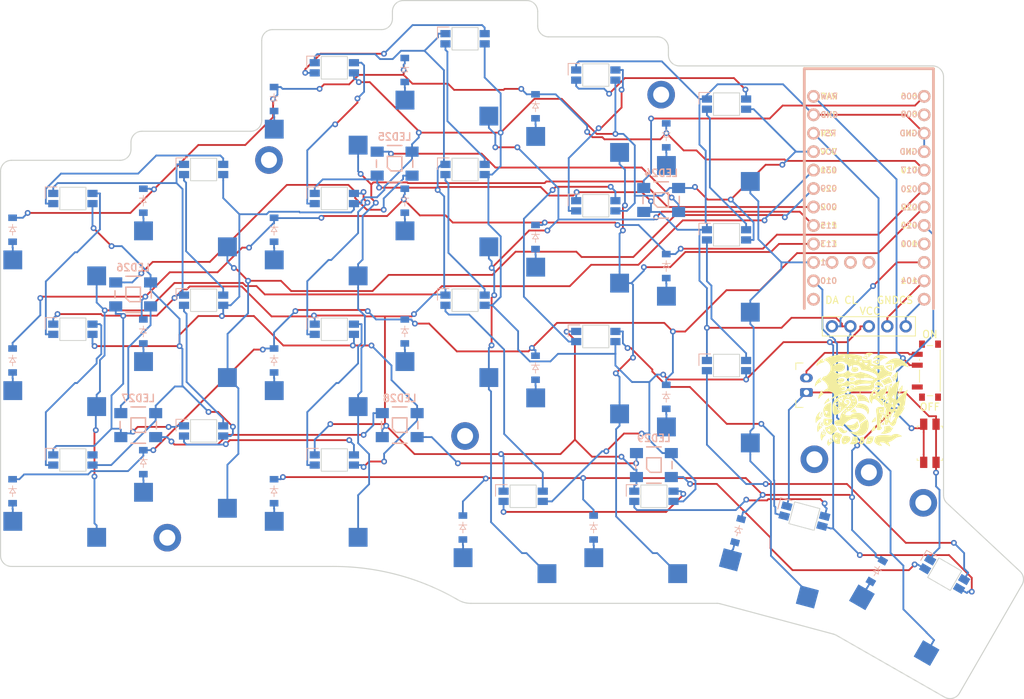
<source format=kicad_pcb>
(kicad_pcb (version 20240108) (generator "pcbnew") (generator_version "8.0")
  (title_block (title "left") (rev "v1.0.0") (company "Unknown"))
  (layers (0 "F.Cu" signal) (31 "B.Cu" signal) (34 "B.Paste" user) (35 "F.Paste" user) (36 "B.SilkS" user "B.Silkscreen") (37 "F.SilkS" user "F.Silkscreen") (38 "B.Mask" user) (39 "F.Mask" user) (44 "Edge.Cuts" user))
  (net 0 "")
  (net 1 "P031")
  (net 2 "outer_bottom")
  (net 3 "outer_home")
  (net 4 "outer_top")
  (net 5 "P029")
  (net 6 "pinky_bottom")
  (net 7 "pinky_home")
  (net 8 "pinky_top")
  (net 9 "P002")
  (net 10 "ring_bonus")
  (net 11 "ring_bottom")
  (net 12 "ring_home")
  (net 13 "ring_top")
  (net 14 "P115")
  (net 15 "middle_bottom")
  (net 16 "middle_home")
  (net 17 "middle_top")
  (net 18 "P113")
  (net 19 "index_bottom")
  (net 20 "index_home")
  (net 21 "index_top")
  (net 22 "P111")
  (net 23 "inner_bottom")
  (net 24 "inner_home")
  (net 25 "inner_top")
  (net 26 "inner_thumb")
  (net 27 "close_thumb")
  (net 28 "home_thumb")
  (net 29 "P010")
  (net 30 "outer_thumb")
  (net 31 "P022")
  (net 32 "P020")
  (net 33 "P017")
  (net 34 "P024")
  (net 35 "VCC")
  (net 36 "LED_23")
  (net 37 "GND")
  (net 38 "LED_22")
  (net 39 "LED_21")
  (net 40 "LED_20")
  (net 41 "LED_18")
  (net 42 "LED_17")
  (net 43 "LED_19")
  (net 44 "LED_16")
  (net 45 "LED_15")
  (net 46 "LED_14")
  (net 47 "LED_13")
  (net 48 "LED_11")
  (net 49 "LED_10")
  (net 50 "LED_12")
  (net 51 "LED_7")
  (net 52 "LED_6")
  (net 53 "LED_5")
  (net 54 "LED_4")
  (net 55 "LED_2")
  (net 56 "LED_1")
  (net 57 "LED_3")
  (net 58 "LED_9")
  (net 59 "LED_8")
  (net 60 "ULED_6")
  (net 61 "P006")
  (net 62 "ULED_1")
  (net 63 "ULED_2")
  (net 64 "ULED_3")
  (net 65 "ULED_4")
  (net 66 "ULED_5")
  (net 67 "RAW")
  (net 68 "RST")
  (net 69 "P009")
  (net 70 "P008")
  (net 71 "P100")
  (net 72 "P011")
  (net 73 "P104")
  (net 74 "P106")
  (net 75 "P101")
  (net 76 "P102")
  (net 77 "P107")
  (net 78 "BAT_P")
  (footprint "ceoloide:mounting_hole_plated" (layer "F.Cu") (at 287.1 173.2)
    (property "Reference" "H7" (hide yes))
    (property "Value" "")
  )
  (footprint "ceoloide:mounting_hole_plated" (layer "F.Cu") (at 251 117)
    (property "Reference" "H1" (hide yes))
    (property "Value" "")
  )
  (footprint "ceoloide:mounting_hole_plated" (layer "F.Cu") (at 183 178)
    (property "Reference" "H3" (hide yes))
    (property "Value" "")
  )
  (footprint "PG1350" (layer "F.Cu") (at 260 123 180)
    (property "Reference" "S19" (hide yes))
    (property "Value" "" (hide yes))
  )
  (footprint "PG1350" (layer "F.Cu") (at 188 150 180)
    (property "Reference" "S5" (hide yes))
    (property "Value" "" (hide yes))
  )
  (footprint "PG1350" (layer "F.Cu") (at 170 154 180)
    (property "Reference" "S2" (hide yes))
    (property "Value" "" (hide yes))
  )
  (footprint "ceoloide:display_nice_view" (layer "F.Cu") (at 279.6 132.2)
    (property "Reference" "DISP1" (hide yes))
    (property "Value" "")
  )
  (footprint "PG1350" (layer "F.Cu") (at 170 136 180)
    (property "Reference" "S3" (hide yes))
    (property "Value" "" (hide yes))
  )
  (footprint "PG1350" (layer "F.Cu") (at 260 159 180)
    (property "Reference" "S17" (hide yes))
    (property "Value" "" (hide yes))
  )
  (footprint "PG1350" (layer "F.Cu") (at 224 114 180)
    (property "Reference" "S13" (hide yes))
    (property "Value" "" (hide yes))
  )
  (footprint "PG1350" (layer "F.Cu") (at 242 137 180)
    (property "Reference" "S15" (hide yes))
    (property "Value" "" (hide yes))
  )
  (footprint "PG1350" (layer "F.Cu") (at 232 177 180)
    (property "Reference" "S20" (hide yes))
    (property "Value" "" (hide yes))
  )
  (footprint "ceoloide:power_switch_smd_side" (layer "F.Cu") (at 288 155)
    (property "Reference" "PWR1" (hide yes))
    (property "Value" "")
  )
  (footprint "PG1350" (layer "F.Cu") (at 269.5051 179.5679 165)
    (property "Reference" "S22" (hide yes))
    (property "Value" "" (hide yes))
  )
  (footprint "ceoloide:mounting_hole_plated" (layer "F.Cu") (at 224 164)
    (property "Reference" "H4" (hide yes))
    (property "Value" "")
  )
  (footprint "PG1350" (layer "F.Cu") (at 250 177 180)
    (property "Reference" "S21" (hide yes))
    (property "Value" "" (hide yes))
  )
  (footprint "PG1350" (layer "F.Cu") (at 206 136 180)
    (property "Reference" "S9" (hide yes))
    (property "Value" "" (hide yes))
  )
  (footprint "nice_nano" (layer "F.Cu") (at 279.6 131.2 -90)
    (property "Reference" "MCU1" (hide yes))
    (property "Value" "")
  )
  (footprint "ceoloide:mounting_hole_plated" (layer "F.Cu") (at 272.1 167.2)
    (property "Reference" "H6" (hide yes))
    (property "Value" "")
  )
  (footprint "PG1350" (layer "F.Cu") (at 188 168 180)
    (property "Reference" "S4" (hide yes))
    (property "Value" "" (hide yes))
  )
  (footprint "PG1350" (layer "F.Cu") (at 224 150 180)
    (property "Reference" "S11" (hide yes))
    (property "Value" "" (hide yes))
  )
  (footprint "ceoloide:reset_switch_smd_side" (layer "F.Cu") (at 288 165 -90)
    (property "Reference" "RST1" (hide yes))
    (property "Value" "")
  )
  (footprint "ceoloide:mounting_hole_plated" (layer "F.Cu") (at 279.6 169)
    (property "Reference" "H5" (hide yes))
    (property "Value" "")
  )
  (footprint "custom:lio" (layer "F.Cu") (at 278.6 159 180)
    (property "Reference" "G" (hide yes))
    (property "Value" "Lio" (hide yes))
  )
  (footprint "PG1350" (layer "F.Cu") (at 242 119 180)
    (property "Reference" "S16" (hide yes))
    (property "Value" "" (hide yes))
  )
  (footprint "PG1350" (layer "F.Cu") (at 287.6809 187.0966 150)
    (property "Reference" "S23" (hide yes))
    (property "Value" "" (hide yes))
  )
  (footprint "PG1350" (layer "F.Cu") (at 260 141 180)
    (property "Reference" "S18" (hide yes))
    (property "Value" "" (hide yes))
  )
  (footprint "PG1350" (layer "F.Cu") (at 188 132 180)
    (property "Reference" "S6" (hide yes))
    (property "Value" "" (hide yes))
  )
  (footprint "PG1350" (layer "F.Cu") (at 206 172 180)
    (property "Reference" "S7" (hide yes))
    (property "Value" "" (hide yes))
  )
  (footprint "PG1350" (layer "F.Cu") (at 242 155 180)
    (property "Reference" "S14" (hide yes))
    (property "Value" "" (hide yes))
  )
  (footprint "PG1350" (layer "F.Cu") (at 206 118 180)
    (property "Reference" "S10" (hide yes))
    (property "Value" "" (hide yes))
  )
  (footprint "PG1350" (layer "F.Cu") (at 170 172 180)
    (property "Reference" "S1" (hide yes))
    (property "Value" "" (hide yes))
  )
  (footprint "ceoloide:mounting_hole_plated" (layer "F.Cu") (at 197 126)
    (property "Reference" "H2" (hide yes))
    (property "Value" "")
  )
  (footprint "PG1350" (layer "F.Cu") (at 224 132 180)
    (property "Reference" "S12" (hide yes))
    (property "Value" "" (hide yes))
  )
  (footprint "PG1350" (layer "F.Cu") (at 206 154 180)
    (property "Reference" "S8" (hide yes))
    (property "Value" "" (hide yes))
  )
  (footprint "ceoloide:battery_connector_jst_ph_2" (layer "F.Cu") (at 271 157 90)
    (property "Reference" "JST1" (hide yes))
    (property "Value" "")
  )
  (footprint "ceoloide:diode_tht_sod123" (layer "B.Cu") (at 179.7 131.6 -90)
    (property "Reference" "D6" (hide yes))
    (property "Value" "")
  )
  (footprint "ceoloide:led_SK6812mini-e (per-keysingle-side)" (layer "B.Cu") (at 270.7215 175.028 -15)
    (property "Reference" "LED22" (hide yes))
    (property "Value" "")
    (fp_poly (pts (xy -1.8 -1.55) (xy 1.8 -1.55) (xy 1.8 1.55) (xy -1.8 1.55)) (stroke (width 0.12)) (fill none) (layer "Edge.Cuts"))
  )
  (footprint "ceoloide:led_SK6812mini-e (per-keysingle-side)" (layer "B.Cu") (at 170 131.3)
    (property "Reference" "LED3" (hide yes))
    (property "Value" "")
    (fp_rect (start -1.8 -1.55) (end 1.8 1.55) (stroke (width 0.12)) (fill none) (layer "Edge.Cuts"))
  )
  (footprint "ceoloide:diode_tht_sod123" (layer "B.Cu") (at 233.7 136.6 -90)
    (property "Reference" "D15" (hide yes))
    (property "Value" "")
  )
  (footprint "ceoloide:led_SK6812mini-e (per-keysingle-side)" (layer "B.Cu") (at 260 118.3)
    (property "Reference" "LED19" (hide yes))
    (property "Value" "")
    (fp_rect (start -1.8 -1.55) (end 1.8 1.55) (stroke (width 0.12)) (fill none) (layer "Edge.Cuts"))
  )
  (footprint "ceoloide:diode_tht_sod123" (layer "B.Cu") (at 251.7 158.6 -90)
    (property "Reference" "D17" (hide yes))
    (property "Value" "")
  )
  (footprint "ceoloide:diode_tht_sod123" (layer "B.Cu") (at 161.7 135.6 -90)
    (property "Reference" "D3" (hide yes))
    (property "Value" "")
  )
  (footprint "ceoloide:led_SK6812mini-e (per-keysingle-side)" (layer "B.Cu") (at 206 149.3)
    (property "Reference" "LED8" (hide yes))
    (property "Value" "")
    (fp_rect (start -1.8 -1.55) (end 1.8 1.55) (stroke (width 0.12)) (fill none) (layer "Edge.Cuts"))
  )
  (footprint "ceoloide:diode_tht_sod123" (layer "B.Cu") (at 161.7 171.6 -90)
    (property "Reference" "D1" (hide yes))
    (property "Value" "")
  )
  (footprint "ceoloide:led_SK6812mini-e (per-keysingle-side)" (layer "B.Cu") (at 224 109.3)
    (property "Reference" "LED13" (hide yes))
    (property "Value" "")
    (fp_rect (start -1.8 -1.55) (end 1.8 1.55) (stroke (width 0.12)) (fill none) (layer "Edge.Cuts"))
  )
  (footprint "ceoloide:led_SK6812mini-e (per-keysingle-side)" (layer "B.Cu") (at 188 163.3)
    (property "Reference" "LED4" (hide yes))
    (property "Value" "")
    (fp_rect (start -1.8 -1.55) (end 1.8 1.55) (stroke (width 0.12)) (fill none) (layer "Edge.Cuts"))
  )
  (footprint "ceoloide:led_SK6812mini-e (per-keysingle-side)" (layer "B.Cu") (at 232 172.3)
    (property "Reference" "LED20" (hide yes))
    (property "Value" "")
    (fp_rect (start -1.8 -1.55) (end 1.8 1.55) (stroke (width 0.12)) (fill none) (layer "Edge.Cuts"))
  )
  (footprint "ceoloide:diode_tht_sod123" (layer "B.Cu") (at 261.5914 177.0333 -105)
    (property "Reference" "D22" (hide yes))
    (property "Value" "")
  )
  (footprint "ceoloide:diode_tht_sod123" (layer "B.Cu") (at 197.7 117.6 -90)
    (property "Reference" "D10" (hide yes))
    (property "Value" "")
  )
  (footprint "ceoloide:led_SK6812mini-e (per-keysingle-side)" (layer "B.Cu") (at 224 127.3)
    (property "Reference" "LED12" (hide yes))
    (property "Value" "")
    (fp_rect (start -1.8 -1.55) (end 1.8 1.55) (stroke (width 0.12)) (fill none) (layer "Edge.Cuts"))
  )
  (footprint "ceoloide:diode_tht_sod123" (layer "B.Cu") (at 251.7 140.6 -90)
    (property "Reference" "D18" (hide yes))
    (property "Value" "")
  )
  (footprint "WS2812B" (layer "B.Cu") (at 215 162.5)
    (property "Reference" "LED28")
    (property "Value" "VAL**" (hide yes))
  )
  (footprint "WS2812B" (layer "B.Cu") (at 179 162.5)
    (property "Reference" "LED27")
    (property "Value" "VAL**" (hide yes))
  )
  (footprint "ceoloide:led_SK6812mini-e (per-keysingle-side)" (layer "B.Cu") (at 242 132.3)
    (property "Reference" "LED15" (hide yes))
    (property "Value" "")
    (fp_rect (start -1.8 -1.55) (end 1.8 1.55) (stroke (width 0.12)) (fill none) (layer "Edge.Cuts"))
  )
  (footprint "ceoloide:diode_tht_sod123" (layer "B.Cu") (at 179.7 149.6 -90)
    (property "Reference" "D5" (hide yes))
    (property "Value" "")
  )
  (footprint "ceoloide:diode_tht_sod123" (layer "B.Cu") (at 197.7 153.6 -90)
    (property "Reference" "D8" (hide yes))
    (property "Value" "")
  )
  (footprint "ceoloide:led_SK6812mini-e (per-keysingle-side)" (layer "B.Cu") (at 250 172.3)
    (property "Reference" "LED21" (hide yes))
    (property "Value" "")
    (fp_rect (start -1.8 -1.55) (end 1.8 1.55) (stroke (width 0.12)) (fill none) (layer "Edge.Cuts"))
  )
  (footprint "ceoloide:led_SK6812mini-e (per-keysingle-side)" (layer "B.Cu") (at 242 114.3)
    (property "Reference" "LED16" (hide yes))
    (property "Value" "")
    (fp_rect (start -1.8 -1.55) (end 1.8 1.55) (stroke (width 0.12)) (fill none) (layer "Edge.Cuts"))
  )
  (footprint "WS2812B" (layer "B.Cu") (at 251 131.5)
    (property "Reference" "LED24")
    (property "Value" "VAL**" (hide yes))
  )
  (footprint "ceoloide:led_SK6812mini-e (per-keysingle-side)" (layer "B.Cu") (at 224 145.3)
    (property "Reference" "LED11" (hide yes))
    (property "Value" "")
    (fp_rect (start -1.8 -1.55) (end 1.8 1.55) (stroke (width 0.12)) (fill none) (layer "Edge.Cuts"))
  )
  (footprint "ceoloide:diode_tht_sod123" (layer "B.Cu") (at 161.7 153.6 -90)
    (property "Reference" "D2" (hide yes))
    (property "Value" "")
  )
  (footprint "WS2812B" (layer "B.Cu") (at 178.3 144.5)
    (property "Reference" "LED26")
    (property "Value" "VAL**" (hide yes))
  )
  (footprint "ceoloide:led_SK6812mini-e (per-keysingle-side)" (layer "B.Cu") (at 206 131.3)
    (property "Reference" "LED9" (hide yes))
    (property "Value" "")
    (fp_rect (start -1.8 -1.55) (end 1.8 1.55) (stroke (width 0.12)) (fill none) (layer "Edge.Cuts"))
  )
  (footprint "ceoloide:led_SK6812mini-e (per-keysingle-side)" (layer "B.Cu") (at 170 149.3)
    (property "Reference" "LED2" (hide yes))
    (property "Value" "")
    (fp_rect (start -1.8 -1.55) (end 1.8 1.55) (stroke (width 0.12)) (fill none) (layer "Edge.Cuts"))
  )
  (footprint "ceoloide:diode_tht_sod123" (layer "B.Cu") (at 251.7 122.6 -90)
    (property "Reference" "D19" (hide yes))
    (property "Value" "")
  )
  (footprint "ceoloide:diode_tht_sod123" (layer "B.Cu") (at 280.6929 182.6002 -120)
    (property "Reference" "D23" (hide yes))
    (property "Value" "")
  )
  (footprint "WS2812B" (layer "B.Cu") (at 250 168)
    (property "Reference" "LED29")
    (property "Value" "VAL**" (hide yes))
  )
  (footprint "WS2812B" (layer "B.Cu") (at 214.3 126.5)
    (property "Reference" "LED25")
    (property "Value" "VAL**" (hide yes))
  )
  (footprint "ceoloide:led_SK6812mini-e (per-keysingle-side)" (layer "B.Cu") (at 206 113.3)
    (property "Reference" "LED10" (hide yes))
    (property "Value" "")
    (fp_rect (start -1.8 -1.55) (end 1.8 1.55) (stroke (width 0.12)) (fill none) (layer "Edge.Cuts"))
  )
  (footprint "ceoloide:led_SK6812mini-e (per-keysingle-side)" (layer "B.Cu") (at 242 150.3)
    (property "Reference" "LED14" (hide yes))
    (property "Value" "")
    (fp_rect (start -1.8 -1.55) (end 1.8 1.55) (stroke (width 0.12)) (fill none) (layer "Edge.Cuts"))
  )
  (footprint "ceoloide:led_SK6812mini-e (per-keysingle-side)" (layer "B.Cu") (at 206 167.3)
    (property "Reference" "LED7" (hide yes))
    (property "Value" "")
    (fp_rect (start -1.8 -1.55) (end 1.8 1.55) (stroke (width 0.12)) (fill none) (layer "Edge.Cuts"))
  )
  (footprint "ceoloide:led_SK6812mini-e (per-keysingle-side)" (layer "B.Cu") (at 188 145.3)
    (property "Reference" "LED5" (hide yes))
    (property "Value" "")
    (fp_rect (start -1.8 -1.55) (end 1.8 1.55) (stroke (width 0.12)) (fill none) (layer "Edge.Cuts"))
  )
  (footprint "ceoloide:diode_tht_sod123" (layer "B.Cu") (at 233.7 154.6 -90)
    (property "Reference" "D14" (hide yes))
    (property "Value" "")
  )
  (footprint "ceoloide:led_SK6812mini-e (per-keysingle-side)" (layer "B.Cu") (at 290.0309 183.0262 -30)
    (property "Reference" "LED23" (hide yes))
    (property "Value" "")
    (fp_poly (pts (xy -1.8 -1.55) (xy 1.8 -1.55) (xy 1.8 1.55) (xy -1.8 1.55)) (stroke (width 0.12)) (fill none) (layer "Edge.Cuts"))
  )
  (footprint "ceoloide:diode_tht_sod123" (layer "B.Cu") (at 197.7 171.6 -90)
    (property "Reference" "D7" (hide yes))
    (property "Value" "")
  )
  (footprint "ceoloide:diode_tht_sod123" (layer "B.Cu") (at 215.7 113.6 -90)
    (property "Reference" "D13" (hide yes))
    (property "Value" "")
  )
  (footprint "ceoloide:diode_tht_sod123" (layer "B.Cu") (at 197.7 135.6 -90)
    (property "Reference" "D9" (hide yes))
    (property "Value" "")
  )
  (footprint "ceoloide:diode_tht_sod123" (layer "B.Cu") (at 233.7 118.6 -90)
    (property "Reference" "D16" (hide yes))
    (property "Value" "")
  )
  (footprint "ceoloide:diode_tht_sod123" (layer "B.Cu") (at 241.7 176.6 -90)
    (property "Reference" "D21" (hide yes))
    (property "Value" "")
  )
  (footprint "ceoloide:led_SK6812mini-e (per-keysingle-side)" (layer "B.Cu") (at 170 167.3)
    (property "Reference" "LED1" (hide yes))
    (property "Value" "")
    (fp_rect (start -1.8 -1.55) (end 1.8 1.55) (stroke (width 0.12)) (fill none) (layer "Edge.Cuts"))
  )
  (footprint "ceoloide:diode_tht_sod123" (layer "B.Cu") (at 179.7 167.6 -90)
    (property "Reference" "D4" (hide yes))
    (property "Value" "")
  )
  (footprint "ceoloide:led_SK6812mini-e (per-keysingle-side)" (layer "B.Cu") (at 188 127.3)
    (property "Reference" "LED6" (hide yes))
    (property "Value" "")
    (fp_rect (start -1.8 -1.55) (end 1.8 1.55) (stroke (width 0.12)) (fill none) (layer "Edge.Cuts"))
  )
  (footprint "ceoloide:diode_tht_sod123" (layer "B.Cu") (at 215.7 131.6 -90)
    (property "Reference" "D12" (hide yes))
    (property "Value" "")
  )
  (footprint "ceoloide:diode_tht_sod123" (layer "B.Cu") (at 223.7 176.6 -90)
    (property "Reference" "D20" (hide yes))
    (property "Value" "")
  )
  (footprint "ceoloide:led_SK6812mini-e (per-keysingle-side)" (layer "B.Cu") (at 260 154.3)
    (property "Reference" "LED17" (hide yes))
    (property "Value" "")
    (fp_rect (start -1.8 -1.55) (end 1.8 1.55) (stroke (width 0.12)) (fill none) (layer "Edge.Cuts"))
  )
  (footprint "ceoloide:diode_tht_sod123" (layer "B.Cu") (at 215.7 149.6 -90)
    (property "Reference" "D11" (hide yes))
    (property "Value" "")
  )
  (footprint "ceoloide:led_SK6812mini-e (per-keysingle-side)" (layer "B.Cu") (at 260 136.3)
    (property "Reference" "LED18" (hide yes))
    (property "Value" "")
    (fp_rect (start -1.8 -1.55) (end 1.8 1.55) (stroke (width 0.12)) (fill none) (layer "Edge.Cuts"))
  )
  (gr_arc (start 224.81496 187.039413) (mid 223.861847 186.916151) (end 222.979124 186.536129) (stroke (width 0.15)) (layer "Edge.Cuts"))
  (gr_arc (start 214 106.54) (mid 213.56066 107.60066) (end 212.5 108.04) (stroke (width 0.15)) (layer "Edge.Cuts"))
  (gr_arc (start 258.714306 187.039868) (mid 258.90837 187.052921) (end 259.099113 187.090975) (stroke (width 0.15)) (layer "Edge.Cuts"))
  (gr_line (start 196 120.54) (end 196 109.54) (stroke (width 0.15)) (layer "Edge.Cuts"))
  (gr_arc (start 292.073321 199.408657) (mid 291.165594 200.106716) (end 290.029819 199.960875) (stroke (width 0.15)) (layer "Edge.Cuts"))
  (gr_line (start 252 110.54) (end 252 111.54) (stroke (width 0.15)) (layer "Edge.Cuts"))
  (gr_arc (start 235.5 109.04) (mid 234.43934 108.60066) (end 234 107.54) (stroke (width 0.15)) (layer "Edge.Cuts"))
  (gr_line (start 235.5 109.04) (end 250.5 109.04) (stroke (width 0.15)) (layer "Edge.Cuts"))
  (gr_line (start 289.88 114.54) (end 289.88 172.148375) (stroke (width 0.15)) (layer "Edge.Cuts"))
  (gr_arc (start 214 105.54) (mid 214.43934 104.47934) (end 215.5 104.04) (stroke (width 0.15)) (layer "Edge.Cuts"))
  (gr_line (start 161.54 126.04) (end 176.5 126.04) (stroke (width 0.15)) (layer "Edge.Cuts"))
  (gr_line (start 258.714306 187.039868) (end 224.81496 187.039413) (stroke (width 0.15)) (layer "Edge.Cuts"))
  (gr_line (start 253.5 113.04) (end 288.38 113.04) (stroke (width 0.15)) (layer "Edge.Cuts"))
  (gr_arc (start 290.356272 173.244724) (mid 290.004211 172.74604) (end 289.88 172.148375) (stroke (width 0.15)) (layer "Edge.Cuts"))
  (gr_line (start 215.5 104.04) (end 232.5 104.04) (stroke (width 0.15)) (layer "Edge.Cuts"))
  (gr_line (start 178 124.54) (end 178 123.54) (stroke (width 0.15)) (layer "Edge.Cuts"))
  (gr_line (start 290.356272 173.244724) (end 300.415027 182.637198) (stroke (width 0.15)) (layer "Edge.Cuts"))
  (gr_arc (start 300.415027 182.637198) (mid 300.874897 183.512327) (end 300.690337 184.483547) (stroke (width 0.15)) (layer "Edge.Cuts"))
  (gr_arc (start 196 120.54) (mid 195.56066 121.60066) (end 194.5 122.04) (stroke (width 0.15)) (layer "Edge.Cuts"))
  (gr_arc (start 253.5 113.04) (mid 252.43934 112.60066) (end 252 111.54) (stroke (width 0.15)) (layer "Edge.Cuts"))
  (gr_line (start 205.792281 181.959981) (end 161.540079 181.959981) (stroke (width 0.15)) (layer "Edge.Cuts"))
  (gr_line (start 274.756798 191.286439) (end 259.099113 187.090975) (stroke (width 0.15)) (layer "Edge.Cuts"))
  (gr_arc (start 274.756798 191.286439) (mid 274.939644 191.34829) (end 275.113034 191.433109) (stroke (width 0.15)) (layer "Edge.Cuts"))
  (gr_line (start 234 105.54) (end 234 107.54) (stroke (width 0.15)) (layer "Edge.Cuts"))
  (gr_arc (start 196 109.54) (mid 196.43934 108.47934) (end 197.5 108.04) (stroke (width 0.15)) (layer "Edge.Cuts"))
  (gr_line (start 160.04 180.46) (end 160.04 127.54) (stroke (width 0.15)) (layer "Edge.Cuts"))
  (gr_arc (start 160.04 127.54) (mid 160.47934 126.47934) (end 161.54 126.04) (stroke (width 0.15)) (layer "Edge.Cuts"))
  (gr_line (start 300.690337 184.483547) (end 292.073321 199.408657) (stroke (width 0.15)) (layer "Edge.Cuts"))
  (gr_arc (start 178 123.54) (mid 178.43934 122.47934) (end 179.5 122.04) (stroke (width 0.15)) (layer "Edge.Cuts"))
  (gr_line (start 290.029819 199.960875) (end 275.113034 191.433109) (stroke (width 0.15)) (layer "Edge.Cuts"))
  (gr_arc (start 205.792281 181.959981) (mid 214.689981 183.105264) (end 222.979124 186.536129) (stroke (width 0.15)) (layer "Edge.Cuts"))
  (gr_line (start 197.5 108.04) (end 212.5 108.04) (stroke (width 0.15)) (layer "Edge.Cuts"))
  (gr_line (start 179.5 122.04) (end 194.5 122.04) (stroke (width 0.15)) (layer "Edge.Cuts"))
  (gr_arc (start 250.5 109.04) (mid 251.56066 109.47934) (end 252 110.54) (stroke (width 0.15)) (layer "Edge.Cuts"))
  (gr_line (start 214 106.54) (end 214 105.54) (stroke (width 0.15)) (layer "Edge.Cuts"))
  (gr_arc (start 288.38 113.04) (mid 289.44066 113.47934) (end 289.88 114.54) (stroke (width 0.15)) (layer "Edge.Cuts"))
  (gr_arc (start 178 124.54) (mid 177.56066 125.60066) (end 176.5 126.04) (stroke (width 0.15)) (layer "Edge.Cuts"))
  (gr_arc (start 161.54 181.96) (mid 160.47934 181.52066) (end 160.04 180.46) (stroke (width 0.15)) (layer "Edge.Cuts"))
  (gr_arc (start 232.5 104.04) (mid 233.56066 104.47934) (end 234 105.54) (stroke (width 0.15)) (layer "Edge.Cuts"))
  (segment (start 247.8579 140.4254) (end 253.9734 134.3099) (width 0.25) (layer "F.Cu") (net 1))
  (segment (start 195.2771 143.3546) (end 196.4262 144.5037) (width 0.25) (layer "F.Cu") (net 1))
  (segment (start 219.662 144.5037) (end 220.7967 143.369) (width 0.25) (layer "F.Cu") (net 1))
  (segment (start 180.2104 146.7031) (end 183.9847 142.9288) (width 0.25) (layer "F.Cu") (net 1))
  (segment (start 183.9847 142.9288) (end 193.3979 142.9288) (width 0.25) (layer "F.Cu") (net 1))
  (segment (start 193.8237 143.3546) (end 195.2771 143.3546) (width 0.25) (layer "F.Cu") (net 1))
  (segment (start 220.7967 143.369) (end 238.4166 143.369) (width 0.25) (layer "F.Cu") (net 1))
  (segment (start 241.3602 140.4254) (end 247.8579 140.4254) (width 0.25) (layer "F.Cu") (net 1))
  (segment (start 238.4166 143.369) (end 241.3602 140.4254) (width 0.25) (layer "F.Cu") (net 1))
  (segment (start 196.4262 144.5037) (end 219.662 144.5037) (width 0.25) (layer "F.Cu") (net 1))
  (segment (start 193.3979 142.9288) (end 193.8237 143.3546) (width 0.25) (layer "F.Cu") (net 1))
  (segment (start 174.3893 146.7031) (end 180.2104 146.7031) (width 0.25) (layer "F.Cu") (net 1))
  (segment (start 172.9719 163.3837) (end 172.9719 169.5669) (width 0.25) (layer "F.Cu") (net 1))
  (segment (start 253.9734 134.3099) (end 265.2367 134.3099) (width 0.25) (layer "F.Cu") (net 1))
  (segment (start 173.1565 163.1991) (end 172.9719 163.3837) (width 0.25) (layer "F.Cu") (net 1))
  (via (at 174.3893 146.7031) (size 0.8) (drill 0.4) (layers "F.Cu" "B.Cu") (net 1))
  (via (at 173.1565 163.1991) (size 0.8) (drill 0.4) (layers "F.Cu" "B.Cu") (net 1))
  (via (at 265.2367 134.3099) (size 0.8) (drill 0.4) (layers "F.Cu" "B.Cu") (net 1))
  (via (at 172.9719 169.5669) (size 0.8) (drill 0.4) (layers "F.Cu" "B.Cu") (net 1))
  (segment (start 173.275 159.6206) (end 173.275 158.3233) (width 0.25) (layer "B.Cu") (net 1))
  (segment (start 173.7282 157.8701) (end 173.275 158.3233) (width 0.25) (layer "B.Cu") (net 1))
  (segment (start 173.275 141.95) (end 173.275 143.5767) (width 0.25) (layer "B.Cu") (net 1))
  (segment (start 173.275 177.95) (end 173.275 176.3233) (width 0.25) (layer "B.Cu") (net 1))
  (segment (start 173.275 159.6206) (end 173.1565 159.7391) (width 0.25) (layer "B.Cu") (net 1))
  (segment (start 174.3664 146.7031) (end 174.3664 152.8996) (width 0.25) (layer "B.Cu") (net 1))
  (segment (start 172.9719 169.5669) (end 172.9719 176.0202) (width 0.25) (layer "B.Cu") (net 1))
  (segment (start 173.275 143.5767) (end 173.275 145.6117) (width 0.25) (layer "B.Cu") (net 1))
  (segment (start 174.3664 152.8996) (end 173.7282 153.5378) (width 0.25) (layer "B.Cu") (net 1))
  (segment (start 174.3664 146.7031) (end 174.3893 146.7031) (width 0.25) (layer "B.Cu") (net 1))
  (segment (start 173.275 159.95) (end 173.275 159.6206) (width 0.25) (layer "B.Cu") (net 1))
  (segment (start 172.9719 176.0202) (end 173.275 176.3233) (width 0.25) (layer "B.Cu") (net 1))
  (segment (start 173.275 145.6117) (end 174.3664 146.7031) (width 0.25) (layer "B.Cu") (net 1))
  (segment (start 173.7282 153.5378) (end 173.7282 157.8701) (width 0.25) (layer "B.Cu") (net 1))
  (segment (start 173.1565 159.7391) (end 173.1565 163.1991) (width 0.25) (layer "B.Cu") (net 1))
  (segment (start 271.98 127.39) (end 265.2367 134.1333) (width 0.25) (layer "B.Cu") (net 1))
  (segment (start 265.2367 134.1333) (end 265.2367 134.3099) (width 0.25) (layer "B.Cu") (net 1))
  (segment (start 161.7 173.25) (end 161.7 174.0267) (width 0.25) (layer "B.Cu") (net 2))
  (segment (start 161.7 174.0267) (end 161.725 174.0517) (width 0.25) (layer "B.Cu") (net 2))
  (segment (start 161.725 174.0517) (end 161.725 175.75) (width 0.25) (layer "B.Cu") (net 2))
  (segment (start 161.7 155.25) (end 161.7 156.0267) (width 0.25) (layer "B.Cu") (net 3))
  (segment (start 161.7 156.0267) (end 161.725 156.0517) (width 0.25) (layer "B.Cu") (net 3))
  (segment (start 161.725 156.0517) (end 161.725 157.75) (width 0.25) (layer "B.Cu") (net 3))
  (segment (start 161.7 138.0267) (end 161.725 138.0517) (width 0.25) (layer "B.Cu") (net 4))
  (segment (start 161.7 137.25) (end 161.7 138.0267) (width 0.25) (layer "B.Cu") (net 4))
  (segment (start 161.725 138.0517) (end 161.725 139.75) (width 0.25) (layer "B.Cu") (net 4))
  (segment (start 211.255 144.0386) (end 213.4766 141.817) (width 0.25) (layer "F.Cu") (net 5))
  (segment (start 213.4766 141.817) (end 227.7595 141.817) (width 0.25) (layer "F.Cu") (net 5))
  (segment (start 227.7595 141.817) (end 230.9544 138.6221) (width 0.25) (layer "F.Cu") (net 5))
  (segment (start 198.6483 142.6279) (end 200.059 144.0386) (width 0.25) (layer "F.Cu") (net 5))
  (segment (start 230.9544 138.6221) (end 239.3207 138.6221) (width 0.25) (layer "F.Cu") (net 5))
  (segment (start 240.051 139.3524) (end 247.1667 139.3524) (width 0.25) (layer "F.Cu") (net 5))
  (segment (start 239.3207 138.6221) (end 240.051 139.3524) (width 0.25) (layer "F.Cu") (net 5))
  (segment (start 247.1667 139.3524) (end 252.943 133.5761) (width 0.25) (layer "F.Cu") (net 5))
  (segment (start 252.943 133.5761) (end 267.7227 133.5761) (width 0.25) (layer "F.Cu") (net 5))
  (segment (start 194.1246 142.6279) (end 192.363 140.8663) (width 0.25) (layer "F.Cu") (net 5))
  (segment (start 192.363 140.8663) (end 192.1679 140.8663) (width 0.25) (layer "F.Cu") (net 5))
  (segment (start 200.059 144.0386) (end 211.255 144.0386) (width 0.25) (layer "F.Cu") (net 5))
  (segment (start 267.7227 133.5761) (end 268.0283 133.8817) (width 0.25) (layer "F.Cu") (net 5))
  (segment (start 194.1246 142.6279) (end 198.6483 142.6279) (width 0.25) (layer "F.Cu") (net 5))
  (via (at 268.0283 133.8817) (size 0.8) (drill 0.4) (layers "F.Cu" "B.Cu") (net 5))
  (via (at 192.1679 140.8663) (size 0.8) (drill 0.4) (layers "F.Cu" "B.Cu") (net 5))
  (via (at 194.1246 142.6279) (size 0.8) (drill 0.4) (layers "F.Cu" "B.Cu") (net 5))
  (segment (start 191.275 139.9734) (end 191.275 137.95) (width 0.25) (layer "B.Cu") (net 5))
  (segment (start 192.7872 166.451) (end 191.275 167.9632) (width 0.25) (layer "B.Cu") (net 5))
  (segment (start 191.2987 149.9395) (end 191.2987 155.95) (width 0.25) (layer "B.Cu") (net 5))
  (segment (start 192.1679 140.8663) (end 191.275 139.9734) (width 0.25) (layer "B.Cu") (net 5))
  (segment (start 194.1246 147.1136) (end 191.2987 149.9395) (width 0.25) (layer "B.Cu") (net 5))
  (segment (start 191.275 155.95) (end 191.2987 155.95) (width 0.25) (layer "B.Cu") (net 5))
  (segment (start 194.1246 142.6279) (end 194.1246 147.1136) (width 0.25) (layer "B.Cu") (net 5))
  (segment (start 191.275 167.9632) (end 191.275 173.95) (width 0.25) (layer "B.Cu") (net 5))
  (segment (start 191.2987 155.95) (end 192.7872 157.4385) (width 0.25) (layer "B.Cu") (net 5))
  (segment (start 271.98 129.93) (end 268.0283 133.8817) (width 0.25) (layer "B.Cu") (net 5))
  (segment (start 192.7872 157.4385) (end 192.7872 166.451) (width 0.25) (layer "B.Cu") (net 5))
  (segment (start 179.725 171.75) (end 179.725 170.1233) (width 0.25) (layer "B.Cu") (net 6))
  (segment (start 179.7 170.0983) (end 179.725 170.1233) (width 0.25) (layer "B.Cu") (net 6))
  (segment (start 179.7 169.25) (end 179.7 170.0983) (width 0.25) (layer "B.Cu") (net 6))
  (segment (start 179.7 152.0267) (end 179.725 152.0517) (width 0.25) (layer "B.Cu") (net 7))
  (segment (start 179.7 151.25) (end 179.7 152.0267) (width 0.25) (layer "B.Cu") (net 7))
  (segment (start 179.725 152.0517) (end 179.725 153.75) (width 0.25) (layer "B.Cu") (net 7))
  (segment (start 179.7 134.0267) (end 179.725 134.0517) (width 0.25) (layer "B.Cu") (net 8))
  (segment (start 179.7 133.25) (end 179.7 134.0267) (width 0.25) (layer "B.Cu") (net 8))
  (segment (start 179.725 134.0517) (end 179.725 135.75) (width 0.25) (layer "B.Cu") (net 8))
  (segment (start 271.98 132.47) (end 251.8932 132.47) (width 0.25) (layer "F.Cu") (net 9))
  (segment (start 211.0888 131.2587) (end 211.7126 131.8825) (width 0.25) (layer "F.Cu") (net 9))
  (segment (start 211.0888 129.369) (end 211.0836 129.369) (width 0.25) (layer "F.Cu") (net 9))
  (segment (start 248.3787 128.9555) (end 235.1824 128.9555) (width 0.25) (layer "F.Cu") (net 9))
  (segment (start 216.0365 129.0771) (end 211.3807 129.0771) (width 0.25) (layer "F.Cu") (net 9))
  (segment (start 211.0836 129.369) (end 209.6269 127.9123) (width 0.25) (layer "F.Cu") (net 9))
  (segment (start 234.9612 129.1767) (end 216.1361 129.1767) (width 0.25) (layer "F.Cu") (net 9))
  (segment (start 211.3807 129.0771) (end 211.0888 129.369) (width 0.25) (layer "F.Cu") (net 9))
  (segment (start 216.1361 129.1767) (end 216.0365 129.0771) (width 0.25) (layer "F.Cu") (net 9))
  (segment (start 251.8932 132.47) (end 248.3787 128.9555) (width 0.25) (layer "F.Cu") (net 9))
  (segment (start 211.0888 129.369) (end 211.0888 131.2587) (width 0.25) (layer "F.Cu") (net 9))
  (segment (start 235.1824 128.9555) (end 234.9612 129.1767) (width 0.25) (layer "F.Cu") (net 9))
  (via (at 209.6269 127.9123) (size 0.8) (drill 0.4) (layers "F.Cu" "B.Cu") (net 9))
  (via (at 211.7126 131.8825) (size 0.8) (drill 0.4) (layers "F.Cu" "B.Cu") (net 9))
  (segment (start 209.275 125.5767) (end 209.275 127.5604) (width 0.25) (layer "B.Cu") (net 9))
  (segment (start 209.8997 133.6954) (end 211.7126 131.8825) (width 0.25) (layer "B.Cu") (net 9))
  (segment (start 209.275 146.5038) (end 210.2024 147.4312) (width 0.25) (layer "B.Cu") (net 9))
  (segment (start 209.275 159.95) (end 209.275 164.9774) (width 0.25) (layer "B.Cu") (net 9))
  (segment (start 209.275 141.95) (end 209.275 140.3233) (width 0.25) (layer "B.Cu") (net 9))
  (segment (start 209.8997 139.6986) (end 209.8997 133.6954) (width 0.25) (layer "B.Cu") (net 9))
  (segment (start 209.275 143.5767) (end 209.275 146.5038) (width 0.25) (layer "B.Cu") (net 9))
  (segment (start 209.275 142.7633) (end 209.275 141.95) (width 0.25) (layer "B.Cu") (net 9))
  (segment (start 209.275 140.3233) (end 209.8997 139.6986) (width 0.25) (layer "B.Cu") (net 9))
  (segment (start 209.275 127.5604) (end 209.6269 127.9123) (width 0.25) (layer "B.Cu") (net 9))
  (segment (start 210.7894 166.4918) (end 210.7894 170.6336) (width 0.25) (layer "B.Cu") (net 9))
  (segment (start 209.275 172.148) (end 209.275 177.95) (width 0.25) (layer "B.Cu") (net 9))
  (segment (start 210.2024 147.4312) (end 210.2024 151.405) (width 0.25) (layer "B.Cu") (net 9))
  (segment (start 209.7267 151.8807) (end 209.7267 157.8716) (width 0.25) (layer "B.Cu") (net 9))
  (segment (start 210.2024 151.405) (end 209.7267 151.8807) (width 0.25) (layer "B.Cu") (net 9))
  (segment (start 209.275 164.9774) (end 210.7894 166.4918) (width 0.25) (layer "B.Cu") (net 9))
  (segment (start 209.7267 157.8716) (end 209.275 158.3233) (width 0.25) (layer "B.Cu") (net 9))
  (segment (start 209.275 123.95) (end 209.275 125.5767) (width 0.25) (layer "B.Cu") (net 9))
  (segment (start 210.7894 170.6336) (end 209.275 172.148) (width 0.25) (layer "B.Cu") (net 9))
  (segment (start 209.275 159.95) (end 209.275 158.3233) (width 0.25) (layer "B.Cu") (net 9))
  (segment (start 209.275 142.7633) (end 209.275 143.5767) (width 0.25) (layer "B.Cu") (net 9))
  (segment (start 197.725 174.0517) (end 197.725 175.75) (width 0.25) (layer "B.Cu") (net 10))
  (segment (start 197.7 173.25) (end 197.7 174.0267) (width 0.25) (layer "B.Cu") (net 10))
  (segment (start 197.7 174.0267) (end 197.725 174.0517) (width 0.25) (layer "B.Cu") (net 10))
  (segment (start 197.725 156.0517) (end 197.725 157.75) (width 0.25) (layer "B.Cu") (net 11))
  (segment (start 197.7 156.0267) (end 197.725 156.0517) (width 0.25) (layer "B.Cu") (net 11))
  (segment (start 197.7 155.25) (end 197.7 156.0267) (width 0.25) (layer "B.Cu") (net 11))
  (segment (start 197.725 139.75) (end 197.725 138.1233) (width 0.25) (layer "B.Cu") (net 12))
  (segment (start 197.7 137.25) (end 197.7 138.0983) (width 0.25) (layer "B.Cu") (net 12))
  (segment (start 197.7 138.0983) (end 197.725 138.1233) (width 0.25) (layer "B.Cu") (net 12))
  (segment (start 197.7 119.25) (end 197.7 120.0267) (width 0.25) (layer "B.Cu") (net 13))
  (segment (start 197.725 120.0517) (end 197.725 121.75) (width 0.25) (layer "B.Cu") (net 13))
  (segment (start 197.7 120.0267) (end 197.725 120.0517) (width 0.25) (layer "B.Cu") (net 13))
  (segment (start 227.6543 144.973) (end 227.6543 151.5094) (width 0.25) (layer "F.Cu") (net 14))
  (segment (start 231.2046 124.2465) (end 228.1666 124.2465) (width 0.25) (layer "F.Cu") (net 14))
  (segment (start 232.8215 135.7033) (end 235.3369 135.7033) (width 0.25) (layer "F.Cu") (net 14))
  (segment (start 228.0175 144.6098) (end 227.6543 144.973) (width 0.25) (layer "F.Cu") (net 14))
  (segment (start 227.6658 140.859) (end 232.8215 135.7033) (width 0.25) (layer "F.Cu") (net 14))
  (segment (start 271.98 135.01) (end 270.0875 133.1175) (width 0.25) (layer "F.Cu") (net 14))
  (segment (start 270.0875 133.1175) (end 251.0811 133.1175) (width 0.25) (layer "F.Cu") (net 14))
  (segment (start 251.0811 133.1175) (end 250.3172 133.8814) (width 0.25) (layer "F.Cu") (net 14))
  (via (at 228.1666 124.2465) (size 0.8) (drill 0.4) (layers "F.Cu" "B.Cu") (net 14))
  (via (at 227.6543 151.5094) (size 0.8) (drill 0.4) (layers "F.Cu" "B.Cu") (net 14))
  (via (at 235.3369 135.7033) (size 0.8) (drill 0.4) (layers "F.Cu" "B.Cu") (net 14))
  (via (at 231.2046 124.2465) (size 0.8) (drill 0.4) (layers "F.Cu" "B.Cu") (net 14))
  (via (at 227.6658 140.859) (size 0.8) (drill 0.4) (layers "F.Cu" "B.Cu") (net 14))
  (via (at 250.3172 133.8814) (size 0.8) (drill 0.4) (layers "F.Cu" "B.Cu") (net 14))
  (via (at 228.0175 144.6098) (size 0.8) (drill 0.4) (layers "F.Cu" "B.Cu") (net 14))
  (segment (start 227.5756 175.8567) (end 227.5756 157.8773) (width 0.25) (layer "B.Cu") (net 14))
  (segment (start 250.0103 134.1883) (end 250.3172 133.8814) (width 0.25) (layer "B.Cu") (net 14))
  (segment (start 236.8519 134.1883) (end 236.8519 129.8938) (width 0.25) (layer "B.Cu") (net 14))
  (segment (start 227.5756 157.8773) (end 227.275 157.5767) (width 0.25) (layer "B.Cu") (net 14))
  (segment (start 227.6658 140.859) (end 228.0175 141.2107) (width 0.25) (layer "B.Cu") (net 14))
  (segment (start 227.275 119.95) (end 227.275 121.5767) (width 0.25) (layer "B.Cu") (net 14))
  (segment (start 236.8519 134.1883) (end 250.0103 134.1883) (width 0.25) (layer "B.Cu") (net 14))
  (segment (start 231.8456 180.1267) (end 227.5756 175.8567) (width 0.25) (layer "B.Cu") (net 14))
  (segment (start 235.275 182.95) (end 232.4517 180.1267) (width 0.25) (layer "B.Cu") (net 14))
  (segment (start 227.6658 139.9675) (end 227.6658 140.859) (width 0.25) (layer "B.Cu") (net 14))
  (segment (start 235.3369 135.7033) (end 236.8519 134.1883) (width 0.25) (layer "B.Cu") (net 14))
  (segment (start 232.4517 180.1267) (end 231.8456 180.1267) (width 0.25) (layer "B.Cu") (net 14))
  (segment (start 227.275 137.95) (end 227.275 139.5767) (width 0.25) (layer "B.Cu") (net 14))
  (segment (start 236.8519 129.8938) (end 231.2046 124.2465) (width 0.25) (layer "B.Cu") (net 14))
  (segment (start 228.1666 122.4683) (end 228.1666 124.2465) (width 0.25) (layer "B.Cu") (net 14))
  (segment (start 227.275 139.5767) (end 227.6658 139.9675) (width 0.25) (layer "B.Cu") (net 14))
  (segment (start 227.275 151.8887) (end 227.6543 151.5094) (width 0.25) (layer "B.Cu") (net 14))
  (segment (start 227.275 155.95) (end 227.275 157.5767) (width 0.25) (layer "B.Cu") (net 14))
  (segment (start 227.275 155.95) (end 227.275 151.8887) (width 0.25) (layer "B.Cu") (net 14))
  (segment (start 227.275 121.5767) (end 228.1666 122.4683) (width 0.25) (layer "B.Cu") (net 14))
  (segment (start 228.0175 141.2107) (end 228.0175 144.6098) (width 0.25) (layer "B.Cu") (net 14))
  (segment (start 215.7 152.0983) (end 215.725 152.1233) (width 0.25) (layer "B.Cu") (net 15))
  (segment (start 215.7 151.25) (end 215.7 152.0983) (width 0.25) (layer "B.Cu") (net 15))
  (segment (start 215.725 153.75) (end 215.725 152.1233) (width 0.25) (layer "B.Cu") (net 15))
  (segment (start 215.725 135.75) (end 215.725 134.1233) (width 0.25) (layer "B.Cu") (net 16))
  (segment (start 215.7 133.25) (end 215.7 134.0983) (width 0.25) (layer "B.Cu") (net 16))
  (segment (start 215.7 134.0983) (end 215.725 134.1233) (width 0.25) (layer "B.Cu") (net 16))
  (segment (start 215.7 115.25) (end 215.7 116.0267) (width 0.25) (layer "B.Cu") (net 17))
  (segment (start 215.7 116.0267) (end 215.725 116.0517) (width 0.25) (layer "B.Cu") (net 17))
  (segment (start 215.725 116.0517) (end 215.725 117.75) (width 0.25) (layer "B.Cu") (net 17))
  (segment (start 246.0166 132.2499) (end 245.7328 132.5337) (width 0.25) (layer "F.Cu") (net 18))
  (segment (start 246.9042 153.2159) (end 244.7564 155.3637) (width 0.25) (layer "F.Cu") (net 18))
  (segment (start 271.98 137.55) (end 267.2261 137.55) (width 0.25) (layer "F.Cu") (net 18))
  (segment (start 252.2417 140.7514) (end 248.6198 140.7514) (width 0.25) (layer "F.Cu") (net 18))
  (segment (start 266.1158 138.6603) (end 254.3328 138.6603) (width 0.25) (layer "F.Cu") (net 18))
  (segment (start 254.3328 138.6603) (end 252.2417 140.7514) (width 0.25) (layer "F.Cu") (net 18))
  (segment (start 247.1259 153.2159) (end 246.9042 153.2159) (width 0.25) (layer "F.Cu") (net 18))
  (segment (start 245.7328 132.5337) (end 245.7328 135.6912) (width 0.25) (layer "F.Cu") (net 18))
  (segment (start 267.2261 137.55) (end 266.1158 138.6603) (width 0.25) (layer "F.Cu") (net 18))
  (via (at 248.6198 140.7514) (size 0.8) (drill 0.4) (layers "F.Cu" "B.Cu") (net 18))
  (via (at 244.7564 155.3637) (size 0.8) (drill 0.4) (layers "F.Cu" "B.Cu") (net 18))
  (via (at 245.7328 135.6912) (size 0.8) (drill 0.4) (layers "F.Cu" "B.Cu") (net 18))
  (via (at 246.0166 132.2499) (size 0.8) (drill 0.4) (layers "F.Cu" "B.Cu") (net 18))
  (via (at 247.1259 153.2159) (size 0.8) (drill 0.4) (layers "F.Cu" "B.Cu") (net 18))
  (segment (start 245.275 160.95) (end 245.275 162.5767) (width 0.25) (layer "B.Cu") (net 18))
  (segment (start 250.4517 180.1267) (end 253.275 182.95) (width 0.25) (layer "B.Cu") (net 18))
  (segment (start 244.7995 175.0762) (end 249.85 180.1267) (width 0.25) (layer "B.Cu") (net 18))
  (segment (start 244.7564 155.3637) (end 245.275 155.8823) (width 0.25) (layer "B.Cu") (net 18))
  (segment (start 245.275 126.5767) (end 246.0166 127.3183) (width 0.25) (layer "B.Cu") (net 18))
  (segment (start 245.275 124.95) (end 245.275 126.5767) (width 0.25) (layer "B.Cu") (net 18))
  (segment (start 245.275 141.3233) (end 245.275 136.149) (width 0.25) (layer "B.Cu") (net 18))
  (segment (start 249.85 180.1267) (end 250.4517 180.1267) (width 0.25) (layer "B.Cu") (net 18))
  (segment (start 248.6198 140.7514) (end 248.6198 141.2319) (width 0.25) (layer "B.Cu") (net 18))
  (segment (start 248.6198 141.2319) (end 246.9017 142.95) (width 0.25) (layer "B.Cu") (net 18))
  (segment (start 246.0166 127.3183) (end 246.0166 132.2499) (width 0.25) (layer "B.Cu") (net 18))
  (segment (start 244.7995 163.0522) (end 244.7995 175.0762) (width 0.25) (layer "B.Cu") (net 18))
  (segment (start 247.1259 143.1742) (end 246.9017 142.95) (width 0.25) (layer "B.Cu") (net 18))
  (segment (start 245.275 142.95) (end 246.9017 142.95) (width 0.25) (layer "B.Cu") (net 18))
  (segment (start 245.275 160.95) (end 245.275 159.3233) (width 0.25) (layer "B.Cu") (net 18))
  (segment (start 245.275 162.5767) (end 244.7995 163.0522) (width 0.25) (layer "B.Cu") (net 18))
  (segment (start 245.275 155.8823) (end 245.275 159.3233) (width 0.25) (layer "B.Cu") (net 18))
  (segment (start 245.275 142.95) (end 245.275 141.3233) (width 0.25) (layer "B.Cu") (net 18))
  (segment (start 245.275 136.149) (end 245.7328 135.6912) (width 0.25) (layer "B.Cu") (net 18))
  (segment (start 247.1259 153.2159) (end 247.1259 143.1742) (width 0.25) (layer "B.Cu") (net 18))
  (segment (start 233.725 157.0517) (end 233.725 158.75) (width 0.25) (layer "B.Cu") (net 19))
  (segment (start 233.7 157.0267) (end 233.725 157.0517) (width 0.25) (layer "B.Cu") (net 19))
  (segment (start 233.7 156.25) (end 233.7 157.0267) (width 0.25) (layer "B.Cu") (net 19))
  (segment (start 233.7 138.25) (end 233.7 139.0267) (width 0.25) (layer "B.Cu") (net 20))
  (segment (start 233.7 139.0267) (end 233.725 139.0517) (width 0.25) (layer "B.Cu") (net 20))
  (segment (start 233.725 139.0517) (end 233.725 140.75) (width 0.25) (layer "B.Cu") (net 20))
  (segment (start 233.7 120.25) (end 233.7 121.0983) (width 0.25) (layer "B.Cu") (net 21))
  (segment (start 233.7 121.0983) (end 233.725 121.1233) (width 0.25) (layer "B.Cu") (net 21))
  (segment (start 233.725 122.75) (end 233.725 121.1233) (width 0.25) (layer "B.Cu") (net 21))
  (segment (start 267.5576 141.0407) (end 267.5576 140.09) (width 0.25) (layer "B.Cu") (net 22))
  (segment (start 267.5576 140.09) (end 271.98 140.09) (width 0.25) (layer "B.Cu") (net 22))
  (segment (start 263.275 164.95) (end 263.275 163.3233) (width 0.25) (layer "B.Cu") (net 22))
  (segment (start 271.1285 186.1628) (end 271.1285 185.5048) (width 0.25) (layer "B.Cu") (net 22))
  (segment (start 263.275 167.4641) (end 263.275 166.5767) (width 0.25) (layer "B.Cu") (net 22))
  (segment (start 267.5576 140.09) (end 264.3819 136.9143) (width 0.25) (layer "B.Cu") (net 22))
  (segment (start 266.1169 180.4932) (end 266.1169 170.306) (width 0.25) (layer "B.Cu") (net 22))
  (segment (start 266.1169 170.306) (end 263.275 167.4641) (width 0.25) (layer "B.Cu") (net 22))
  (segment (start 264.3819 136.9143) (end 264.3819 131.6836) (width 0.25) (layer "B.Cu") (net 22))
  (segment (start 263.275 146.95) (end 263.275 148.5767) (width 0.25) (layer "B.Cu") (net 22))
  (segment (start 263.275 145.3233) (end 267.5576 141.0407) (width 0.25) (layer "B.Cu") (net 22))
  (segment (start 263.275 148.5767) (end 263.7313 149.033) (width 0.25) (layer "B.Cu") (net 22))
  (segment (start 263.275 146.95) (end 263.275 145.3233) (width 0.25) (layer "B.Cu") (net 22))
  (segment (start 263.275 164.95) (end 263.275 166.5767) (width 0.25) (layer "B.Cu") (net 22))
  (segment (start 263.7313 162.867) (end 263.275 163.3233) (width 0.25) (layer "B.Cu") (net 22))
  (segment (start 264.3819 131.6836) (end 263.275 130.5767) (width 0.25) (layer "B.Cu") (net 22))
  (segment (start 263.7313 149.033) (end 263.7313 162.867) (width 0.25) (layer "B.Cu") (net 22))
  (segment (start 263.275 128.95) (end 263.275 130.5767) (width 0.25) (layer "B.Cu") (net 22))
  (segment (start 271.1285 185.5048) (end 266.1169 180.4932) (width 0.25) (layer "B.Cu") (net 22))
  (segment (start 251.7 160.25) (end 251.7 161.0267) (width 0.25) (layer "B.Cu") (net 23))
  (segment (start 251.7 161.0267) (end 251.725 161.0517) (width 0.25) (layer "B.Cu") (net 23))
  (segment (start 251.725 161.0517) (end 251.725 162.75) (width 0.25) (layer "B.Cu") (net 23))
  (segment (start 251.7 142.25) (end 251.7 143.0267) (width 0.25) (layer "B.Cu") (net 24))
  (segment (start 251.7 143.0267) (end 251.725 143.0517) (width 0.25) (layer "B.Cu") (net 24))
  (segment (start 251.725 143.0517) (end 251.725 144.75) (width 0.25) (layer "B.Cu") (net 24))
  (segment (start 251.7 125.0267) (end 251.725 125.0517) (width 0.25) (layer "B.Cu") (net 25))
  (segment (start 251.725 125.0517) (end 251.725 126.75) (width 0.25) (layer "B.Cu") (net 25))
  (segment (start 251.7 124.25) (end 251.7 125.0267) (width 0.25) (layer "B.Cu") (net 25))
  (segment (start 223.7 179.0267) (end 223.725 179.0517) (width 0.25) (layer "B.Cu") (net 26))
  (segment (start 223.725 179.0517) (end 223.725 180.75) (width 0.25) (layer "B.Cu") (net 26))
  (segment (start 223.7 178.25) (end 223.7 179.0267) (width 0.25) (layer "B.Cu") (net 26))
  (segment (start 241.7 179.0267) (end 241.725 179.0517) (width 0.25) (layer "B.Cu") (net 27))
  (segment (start 241.725 179.0517) (end 241.725 180.75) (width 0.25) (layer "B.Cu") (net 27))
  (segment (start 241.7 178.25) (end 241.7 179.0267) (width 0.25) (layer "B.Cu") (net 27))
  (segment (start 260.899 179.6171) (end 260.5415 179.9746) (width 0.25) (layer "B.Cu") (net 28))
  (segment (start 261.1643 178.6271) (end 260.899 179.6171) (width 0.25) (layer "B.Cu") (net 28))
  (segment (start 260.5415 179.9746) (end 260.5415 181.0484) (width 0.25) (layer "B.Cu") (net 28))
  (segment (start 273.2017 149.2649) (end 273.2017 143.8517) (width 0.25) (layer "B.Cu") (net 29))
  (segment (start 274.9581 150.7756) (end 274.5324 150.3499) (width 0.25) (layer "B.Cu") (net 29))
  (segment (start 274.5324 150.3499) (end 274.2867 150.3499) (width 0.25) (layer "B.Cu") (net 29))
  (segment (start 275.2184 151.2816) (end 274.9581 151.0213) (width 0.25) (layer "B.Cu") (net 29))
  (segment (start 288.5735 192.1007) (end 287.5421 191.0693) (width 0.25) (layer "B.Cu") (net 29))
  (segment (start 274.2867 150.3499) (end 273.2017 149.2649) (width 0.25) (layer "B.Cu") (net 29))
  (segment (start 274.9581 151.0213) (end 274.9581 150.7756) (width 0.25) (layer "B.Cu") (net 29))
  (segment (start 287.5421 193.887) (end 288.5735 192.1007) (width 0.25) (layer "B.Cu") (net 29))
  (segment (start 282.5877 180.0876) (end 282.5877 168.8385) (width 0.25) (layer "B.Cu") (net 29))
  (segment (start 273.2017 143.8517) (end 271.98 142.63) (width 0.25) (layer "B.Cu") (net 29))
  (segment (start 284.3507 181.8506) (end 282.5877 180.0876) (width 0.25) (layer "B.Cu") (net 29))
  (segment (start 287.5421 191.0693) (end 287.5421 191.0494) (width 0.25) (layer "B.Cu") (net 29))
  (segment (start 287.5421 191.0494) (end 284.3507 187.858) (width 0.25) (layer "B.Cu") (net 29))
  (segment (start 284.3507 187.858) (end 284.3507 181.8506) (width 0.25) (layer "B.Cu") (net 29))
  (segment (start 275.2184 161.4692) (end 275.2184 151.2816) (width 0.25) (layer "B.Cu") (net 29))
  (segment (start 282.5877 168.8385) (end 275.2184 161.4692) (width 0.25) (layer "B.Cu") (net 29))
  (segment (start 278.6395 185.6327) (end 278.6395 186.2067) (width 0.25) (layer "B.Cu") (net 30))
  (segment (start 279.8679 184.0291) (end 279.3554 184.9168) (width 0.25) (layer "B.Cu") (net 30))
  (segment (start 279.3554 184.9168) (end 278.6395 185.6327) (width 0.25) (layer "B.Cu") (net 30))
  (segment (start 236.6555 148.4233) (end 251.4281 148.4233) (width 0.25) (layer "F.Cu") (net 31))
  (segment (start 252.6161 149.6113) (end 254.3084 149.6113) (width 0.25) (layer "F.Cu") (net 31))
  (segment (start 254.3084 149.6113) (end 260.0001 143.9196) (width 0.25) (layer "F.Cu") (net 31))
  (segment (start 196.1515 152.1) (end 194.922 152.1) (width 0.25) (layer "F.Cu") (net 31))
  (segment (start 219.041 148.5185) (end 222.8699 152.3474) (width 0.25) (layer "F.Cu") (net 31))
  (segment (start 269.7118 138.82) (end 280.87 138.82) (width 0.25) (layer "F.Cu") (net 31))
  (segment (start 232.7314 152.3474) (end 233.199 151.8798) (width 0.25) (layer "F.Cu") (net 31))
  (segment (start 200.7906 146.6467) (end 200.6347 146.8026) (width 0.25) (layer "F.Cu") (net 31))
  (segment (start 194.922 152.1) (end 181.072 165.95) (width 0.25) (layer "F.Cu") (net 31))
  (segment (start 260.0001 143.9196) (end 264.6122 143.9196) (width 0.25) (layer "F.Cu") (net 31))
  (segment (start 222.8699 152.3474) (end 232.7314 152.3474) (width 0.25) (layer "F.Cu") (net 31))
  (segment (start 217.0914 148.5185) (end 219.041 148.5185) (width 0.25) (layer "F.Cu") (net 31))
  (segment (start 210.6014 146.8026) (end 210.4455 146.6467) (width 0.25) (layer "F.Cu") (net 31))
  (segment (start 264.6122 143.9196) (end 269.7118 138.82) (width 0.25) (layer "F.Cu") (net 31))
  (segment (start 210.4455 146.6467) (end 200.7906 146.6467) (width 0.25) (layer "F.Cu") (net 31))
  (segment (start 233.199 151.8798) (end 236.6555 148.4233) (width 0.25) (layer "F.Cu") (net 31))
  (segment (start 251.4281 148.4233) (end 252.6161 149.6113) (width 0.25) (layer "F.Cu") (net 31))
  (segment (start 280.87 138.82) (end 287.22 132.47) (width 0.25) (layer "F.Cu") (net 31))
  (via (at 196.1515 152.1) (size 0.8) (drill 0.4) (layers "F.Cu" "B.Cu") (net 31))
  (via (at 210.6014 146.8026) (size 0.8) (drill 0.4) (layers "F.Cu" "B.Cu") (net 31))
  (via (at 217.0914 148.5185) (size 0.8) (drill 0.4) (layers "F.Cu" "B.Cu") (net 31))
  (via (at 252.6161 149.6113) (size 0.8) (drill 0.4) (layers "F.Cu" "B.Cu") (net 31))
  (via (at 233.199 151.8798) (size 0.8) (drill 0.4) (layers "F.Cu" "B.Cu") (net 31))
  (via (at 200.6347 146.8026) (size 0.8) (drill 0.4) (layers "F.Cu" "B.Cu") (net 31))
  (via (at 181.072 165.95) (size 0.8) (drill 0.4) (layers "F.Cu" "B.Cu") (net 31))
  (segment (start 177.5934 168.8333) (end 172.5498 168.8333) (width 0.25) (layer "B.Cu") (net 31))
  (segment (start 233.7 152.1733) (end 233.4925 152.1733) (width 0.25) (layer "B.Cu") (net 31))
  (segment (start 233.7 152.95) (end 233.7 152.1733) (width 0.25) (layer "B.Cu") (net 31))
  (segment (start 179.7 165.95) (end 180.6267 165.95) (width 0.25) (layer "B.Cu") (net 31))
  (segment (start 216.6267 148.0538) (end 217.0914 148.5185) (width 0.25) (layer "B.Cu") (net 31))
  (segment (start 233.4925 152.1733) (end 233.199 151.8798) (width 0.25) (layer "B.Cu") (net 31))
  (segment (start 172.0997 169.2834) (end 163.2933 169.2834) (width 0.25) (layer "B.Cu") (net 31))
  (segment (start 172.5498 168.8333) (end 172.0997 169.2834) (width 0.25) (layer "B.Cu") (net 31))
  (segment (start 211.7488 147.95) (end 210.6014 146.8026) (width 0.25) (layer "B.Cu") (net 31))
  (segment (start 252.616 155.2573) (end 252.616 149.6113) (width 0.25) (layer "B.Cu") (net 31))
  (segment (start 251.7 156.95) (end 251.7 156.1733) (width 0.25) (layer "B.Cu") (net 31))
  (segment (start 252.616 149.6113) (end 252.6161 149.6113) (width 0.25) (layer "B.Cu") (net 31))
  (segment (start 179.7 166.7267) (end 177.5934 168.8333) (width 0.25) (layer "B.Cu") (net 31))
  (segment (start 215.7 147.95) (end 211.7488 147.95) (width 0.25) (layer "B.Cu") (net 31))
  (segment (start 161.7 169.95) (end 162.6267 169.95) (width 0.25) (layer "B.Cu") (net 31))
  (segment (start 163.2933 169.2834) (end 162.6267 169.95) (width 0.25) (layer "B.Cu") (net 31))
  (segment (start 197.7 151.95) (end 196.3015 151.95) (width 0.25) (layer "B.Cu") (net 31))
  (segment (start 251.7 156.1733) (end 252.616 155.2573) (width 0.25) (layer "B.Cu") (net 31))
  (segment (start 200.6347 146.8026) (end 197.7 149.7373) (width 0.25) (layer "B.Cu") (net 31))
  (segment (start 216.1634 147.95) (end 216.6267 147.95) (width 0.25) (layer "B.Cu") (net 31))
  (segment (start 179.7 165.95) (end 179.7 166.7267) (width 0.25) (layer "B.Cu") (net 31))
  (segment (start 216.6267 147.95) (end 216.6267 148.0538) (width 0.25) (layer "B.Cu") (net 31))
  (segment (start 197.7 149.7373) (end 197.7 151.95) (width 0.25) (layer "B.Cu") (net 31))
  (segment (start 216.1634 147.95) (end 215.7 147.95) (width 0.25) (layer "B.Cu") (net 31))
  (segment (start 180.6267 165.95) (end 181.072 165.95) (width 0.25) (layer "B.Cu") (net 31))
  (segment (start 196.3015 151.95) (end 196.1515 152.1) (width 0.25) (layer "B.Cu") (net 31))
  (segment (start 215.566 131.4111) (end 213.2683 133.7088) (width 0.25) (layer "F.Cu") (net 32))
  (segment (start 244.9929 134.9488) (end 244.651 134.6069) (width 0.25) (layer "F.Cu") (net 32))
  (segment (start 265.0112 138.2086) (end 253.6955 138.2086) (width 0.25) (layer "F.Cu") (net 32))
  (segment (start 221.3206 133.622) (end 217.7769 133.622) (width 0.25) (layer "F.Cu") (net 32))
  (segment (start 179.9752 144.8142) (end 183.3367 141.4527) (width 0.25) (layer "F.Cu") (net 32))
  (segment (start 189.924 141.4527) (end 193.3145 138.0622) (width 0.25) (layer "F.Cu") (net 32))
  (segment (start 193.3145 138.0622) (end 194.2556 138.0622) (width 0.25) (layer "F.Cu") (net 32))
  (segment (start 280.8715 136.2785) (end 266.9413 136.2785) (width 0.25) (layer "F.Cu") (net 32))
  (segment (start 266.9413 136.2785) (end 265.0112 138.2086) (width 0.25) (layer "F.Cu") (net 32))
  (segment (start 244.651 134.6069) (end 234.9698 134.6069) (width 0.25) (layer "F.Cu") (net 32))
  (segment (start 287.22 129.93) (end 280.8715 136.2785) (width 0.25) (layer "F.Cu") (net 32))
  (segment (start 165.7088 144.8142) (end 165.5143 145.0087) (width 0.25) (layer "F.Cu") (net 32))
  (segment (start 183.3367 141.4527) (end 189.924 141.4527) (width 0.25) (layer "F.Cu") (net 32))
  (segment (start 217.7769 133.622) (end 215.566 131.4111) (width 0.25) (layer "F.Cu") (net 32))
  (segment (start 234.9698 134.6069) (end 222.3055 134.6069) (width 0.25) (layer "F.Cu") (net 32))
  (segment (start 179.9752 144.8142) (end 165.7088 144.8142) (width 0.25) (layer "F.Cu") (net 32))
  (segment (start 222.3055 134.6069) (end 221.3206 133.622) (width 0.25) (layer "F.Cu") (net 32))
  (segment (start 213.2683 133.7088) (end 204.4629 133.7088) (width 0.25) (layer "F.Cu") (net 32))
  (segment (start 204.4629 133.7088) (end 204.2148 133.9569) (width 0.25) (layer "F.Cu") (net 32))
  (via (at 215.566 131.4111) (size 0.8) (drill 0.4) (layers "F.Cu" "B.Cu") (net 32))
  (via (at 179.9752 144.8142) (size 0.8) (drill 0.4) (layers "F.Cu" "B.Cu") (net 32))
  (via (at 194.2556 138.0622) (size 0.8) (drill 0.4) (layers "F.Cu" "B.Cu") (net 32))
  (via (at 234.9698 134.6069) (size 0.8) (drill 0.4) (layers "F.Cu" "B.Cu") (net 32))
  (via (at 244.9929 134.9488) (size 0.8) (drill 0.4) (layers "F.Cu" "B.Cu") (net 32))
  (via (at 204.2148 133.9569) (size 0.8) (drill 0.4) (layers "F.Cu" "B.Cu") (net 32))
  (via (at 165.5143 145.0087) (size 0.8) (drill 0.4) (layers "F.Cu" "B.Cu") (net 32))
  (via (at 253.6955 138.2086) (size 0.8) (drill 0.4) (layers "F.Cu" "B.Cu") (net 32))
  (segment (start 215.566 130.8607) (end 215.566 131.4111) (width 0.25) (layer "B.Cu") (net 32))
  (segment (start 204.2148 133.9569) (end 204.1763 133.9954) (width 0.25) (layer "B.Cu") (net 32))
  (segment (start 197.5911 134.7267) (end 194.2556 138.0622) (width 0.25) (layer "B.Cu") (net 32))
  (segment (start 197.7 133.95) (end 197.7 133.9954) (width 0.25) (layer "B.Cu") (net 32))
  (segment (start 251.7 138.95) (end 252.6267 138.95) (width 0.25) (layer "B.Cu") (net 32))
  (segment (start 252.6267 138.95) (end 252.9541 138.95) (width 0.25) (layer "B.Cu") (net 32))
  (segment (start 165.5143 147.359) (end 165.5143 145.0087) (width 0.25) (layer "B.Cu") (net 32))
  (segment (start 179.9736 144.8142) (end 179.9752 144.8142) (width 0.25) (layer "B.Cu") (net 32))
  (segment (start 197.7 134.7267) (end 197.5911 134.7267) (width 0.25) (layer "B.Cu") (net 32))
  (segment (start 215.7 129.95) (end 215.7 130.7267) (width 0.25) (layer "B.Cu") (net 32))
  (segment (start 161.7 151.1733) (end 165.5143 147.359) (width 0.25) (layer "B.Cu") (net 32))
  (segment (start 179.7 147.95) (end 179.4733 147.7233) (width 0.25) (layer "B.Cu") (net 32))
  (segment (start 161.7 151.95) (end 161.7 151.1733) (width 0.25) (layer "B.Cu") (net 32))
  (segment (start 179.4733 145.3145) (end 179.9736 144.8142) (width 0.25) (layer "B.Cu") (net 32))
  (segment (start 233.7 134.95) (end 234.6267 134.95) (width 0.25) (layer "B.Cu") (net 32))
  (segment (start 215.7 130.7267) (end 215.566 130.8607) (width 0.25) (layer "B.Cu") (net 32))
  (segment (start 234.6267 134.95) (end 234.9698 134.6069) (width 0.25) (layer "B.Cu") (net 32))
  (segment (start 252.9541 138.95) (end 253.6955 138.2086) (width 0.25) (layer "B.Cu") (net 32))
  (segment (start 251.7 138.95) (end 251.7 138.7558) (width 0.25) (layer "B.Cu") (net 32))
  (segment (start 251.7 138.7558) (end 247.893 134.9488) (width 0.25) (layer "B.Cu") (net 32))
  (segment (start 197.7 133.9954) (end 197.7 134.7267) (width 0.25) (layer "B.Cu") (net 32))
  (segment (start 179.4733 147.7233) (end 179.4733 145.3145) (width 0.25) (layer "B.Cu") (net 32))
  (segment (start 247.893 134.9488) (end 244.9929 134.9488) (width 0.25) (layer "B.Cu") (net 32))
  (segment (start 204.1763 133.9954) (end 197.7 133.9954) (width 0.25) (layer "B.Cu") (net 32))
  (segment (start 216.7629 115.4912) (end 215.5467 114.275) (width 0.25) (layer "F.Cu") (net 33))
  (segment (start 287.22 127.39) (end 285.9501 126.1201) (width 0.25) (layer "F.Cu") (net 33))
  (segment (start 215.5467 114.275) (end 215.5467 113.6) (width 0.25) (layer "F.Cu") (net 33))
  (segment (start 268.1847 126.1201) (end 267.9888 125.9242) (width 0.25) (layer "F.Cu") (net 33))
  (segment (start 254.099 124.6733) (end 251.7277 122.302) (width 0.25) (layer "F.Cu") (net 33))
  (segment (start 229.3033 116.3398) (end 222.493 116.3398) (width 0.25) (layer "F.Cu") (net 33))
  (segment (start 222.493 116.3398) (end 221.6444 115.4912) (width 0.25) (layer "F.Cu") (net 33))
  (segment (start 197.5655 117.6) (end 197.5655 120.1023) (width 0.25) (layer "F.Cu") (net 33))
  (segment (start 257.1112 125.9242) (end 255.8603 124.6733) (width 0.25) (layer "F.Cu") (net 33))
  (segment (start 285.9501 126.1201) (end 268.1847 126.1201) (width 0.25) (layer "F.Cu") (net 33))
  (segment (start 187.275 123.9293) (end 181.1707 130.0336) (width 0.25) (layer "F.Cu") (net 33))
  (segment (start 221.6444 115.4912) (end 216.7629 115.4912) (width 0.25) (layer "F.Cu") (net 33))
  (segment (start 193.7385 123.9293) (end 187.275 123.9293) (width 0.25) (layer "F.Cu") (net 33))
  (segment (start 177.9209 133.2834) (end 163.7772 133.2834) (width 0.25) (layer "F.Cu") (net 33))
  (segment (start 204.5896 115.5778) (end 203.9689 116.1985) (width 0.25) (layer "F.Cu") (net 33))
  (segment (start 231.7372 116.2026) (end 229.4405 116.2026) (width 0.25) (layer "F.Cu") (net 33))
  (segment (start 181.1707 130.0336) (end 177.9209 133.2834) (width 0.25) (layer "F.Cu") (net 33))
  (segment (start 209.3445 114.275) (end 208.0417 115.5778) (width 0.25) (layer "F.Cu") (net 33))
  (segment (start 243.1904 123.1464) (end 242.8987 122.8547) (width 0.25) (layer "F.Cu") (net 33))
  (segment (start 215.5467 114.275) (end 209.3445 114.275) (width 0.25) (layer "F.Cu") (net 33))
  (segment (start 241.5389 122.8547) (end 240.8095 122.1253) (width 0.25) (layer "F.Cu") (net 33))
  (segment (start 267.9888 125.9242) (end 257.1112 125.9242) (width 0.25) (layer "F.Cu") (net 33))
  (segment (start 255.8603 124.6733) (end 254.099 124.6733) (width 0.25) (layer "F.Cu") (net 33))
  (segment (start 208.0417 115.5778) (end 204.5896 115.5778) (width 0.25) (layer "F.Cu") (net 33))
  (segment (start 197.5655 120.1023) (end 193.7385 123.9293) (width 0.25) (layer "F.Cu") (net 33))
  (segment (start 242.8987 122.8547) (end 241.5389 122.8547) (width 0.25) (layer "F.Cu") (net 33))
  (segment (start 229.4405 116.2026) (end 229.3033 116.3398) (width 0.25) (layer "F.Cu") (net 33))
  (segment (start 250.8833 123.1464) (end 243.1904 123.1464) (width 0.25) (layer "F.Cu") (net 33))
  (segment (start 251.7277 122.302) (end 250.8833 123.1464) (width 0.25) (layer "F.Cu") (net 33))
  (via (at 163.7772 133.2834) (size 0.8) (drill 0.4) (layers "F.Cu" "B.Cu") (net 33))
  (via (at 251.7277 122.302) (size 0.8) (drill 0.4) (layers "F.Cu" "B.Cu") (net 33))
  (via (at 215.5467 113.6) (size 0.8) (drill 0.4) (layers "F.Cu" "B.Cu") (net 33))
  (via (at 240.8095 122.1253) (size 0.8) (drill 0.4) (layers "F.Cu" "B.Cu") (net 33))
  (via (at 203.9689 116.1985) (size 0.8) (drill 0.4) (layers "F.Cu" "B.Cu") (net 33))
  (via (at 197.5655 117.6) (size 0.8) (drill 0.4) (layers "F.Cu" "B.Cu") (net 33))
  (via (at 181.1707 130.0336) (size 0.8) (drill 0.4) (layers "F.Cu" "B.Cu") (net 33))
  (via (at 231.7372 116.2026) (size 0.8) (drill 0.4) (layers "F.Cu" "B.Cu") (net 33))
  (segment (start 198.1634 115.95) (end 198.1634 117.0021) (width 0.25) (layer "B.Cu") (net 33))
  (segment (start 236.4691 116.95) (end 240.8095 121.2904) (width 0.25) (layer "B.Cu") (net 33))
  (segment (start 215.7 111.95) (end 215.7 112.7267) (width 0.25) (layer "B.Cu") (net 33))
  (segment (start 179.7 129.95) (end 180.6267 129.95) (width 0.25) (layer "B.Cu") (net 33))
  (segment (start 198.8752 116.1985) (end 198.6267 115.95) (width 0.25) (layer "B.Cu") (net 33))
  (segment (start 180.7103 130.0336) (end 180.6267 129.95) (width 0.25) (layer "B.Cu") (net 33))
  (segment (start 240.8095 121.2904) (end 240.8095 122.1253) (width 0.25) (layer "B.Cu") (net 33))
  (segment (start 215.7 112.7267) (end 215.5467 112.88) (width 0.25) (layer "B.Cu") (net 33))
  (segment (start 203.9689 116.1985) (end 198.8752 116.1985) (width 0.25) (layer "B.Cu") (net 33))
  (segment (start 198.1634 117.0021) (end 197.5655 117.6) (width 0.25) (layer "B.Cu") (net 33))
  (segment (start 161.7 133.95) (end 162.6267 133.95) (width 0.25) (layer "B.Cu") (net 33))
  (segment (start 251.7 122.2743) (end 251.7 120.95) (width 0.25) (layer "B.Cu") (net 33))
  (segment (start 232.4846 116.95) (end 233.7 116.95) (width 0.25) (layer "B.Cu") (net 33))
  (segment (start 251.7277 122.302) (end 251.7 122.2743) (width 0.25) (layer "B.Cu") (net 33))
  (segment (start 231.7372 116.2026) (end 232.4846 116.95) (width 0.25) (layer "B.Cu") (net 33))
  (segment (start 215.5467 112.88) (end 215.5467 113.6) (width 0.25) (layer "B.Cu") (net 33))
  (segment (start 233.7 116.95) (end 236.4691 116.95) (width 0.25) (layer "B.Cu") (net 33))
  (segment (start 163.1106 133.95) (end 163.7772 133.2834) (width 0.25) (layer "B.Cu") (net 33))
  (segment (start 162.6267 133.95) (end 163.1106 133.95) (width 0.25) (layer "B.Cu") (net 33))
  (segment (start 181.1707 130.0336) (end 180.7103 130.0336) (width 0.25) (layer "B.Cu") (net 33))
  (segment (start 197.7 115.95) (end 198.1634 115.95) (width 0.25) (layer "B.Cu") (net 33))
  (segment (start 198.1634 115.95) (end 198.6267 115.95) (width 0.25) (layer "B.Cu") (net 33))
  (segment (start 240.2611 169.7907) (end 262.6632 169.7907) (width 0.25) (layer "F.Cu") (net 34))
  (segment (start 226.8489 169.8528) (end 226.6526 169.6565) (width 0.25) (layer "F.Cu") (net 34))
  (segment (start 226.6526 169.6565) (end 198.9202 169.6565) (width 0.25) (layer "F.Cu") (net 34))
  (segment (start 264.9793 172.1068) (end 276.9682 172.1068) (width 0.25) (layer "F.Cu") (net 34))
  (segment (start 262.6632 169.7907) (end 264.9793 172.1068) (width 0.25) (layer "F.Cu") (net 34))
  (segment (start 240.2611 169.7907) (end 226.911 169.7907) (width 0.25) (layer "F.Cu") (net 34))
  (segment (start 276.9682 172.1068) (end 277.2898 172.4284) (width 0.25) (layer "F.Cu") (net 34))
  (segment (start 226.911 169.7907) (end 226.8489 169.8528) (width 0.25) (layer "F.Cu") (net 34))
  (segment (start 277.9935 165.2967) (end 283.4579 159.8323) (width 0.25) (layer "F.Cu") (net 34))
  (via (at 240.2611 169.7907) (size 0.8) (drill 0.4) (layers "F.Cu" "B.Cu") (net 34))
  (via (at 283.4579 159.8323) (size 0.8) (drill 0.4) (layers "F.Cu" "B.Cu") (net 34))
  (via (at 198.9202 169.6565) (size 0.8) (drill 0.4) (layers "F.Cu" "B.Cu") (net 34))
  (via (at 264.9793 172.1068) (size 0.8) (drill 0.4) (layers "F.Cu" "B.Cu") (net 34))
  (via (at 277.2898 172.4284) (size 0.8) (drill 0.4) (layers "F.Cu" "B.Cu") (net 34))
  (via (at 277.9935 165.2967) (size 0.8) (drill 0.4) (layers "F.Cu" "B.Cu") (net 34))
  (via (at 226.8489 169.8528) (size 0.8) (drill 0.4) (layers "F.Cu" "B.Cu") (net 34))
  (segment (start 226.8489 169.8528) (end 223.7 173.0017) (width 0.25) (layer "B.Cu") (net 34))
  (segment (start 288.4748 150.114) (end 283.4579 155.1309) (width 0.25) (layer "B.Cu") (net 34))
  (segment (start 281.5179 181.1713) (end 280.5351 180.6038) (width 0.25) (layer "B.Cu") (net 34))
  (segment (start 264.9777 172.1068) (end 264.9793 172.1068) (width 0.25) (layer "B.Cu") (net 34))
  (segment (start 262.0185 175.4395) (end 262.2838 174.4495) (width 0.25) (layer "B.Cu") (net 34))
  (segment (start 197.7 169.95) (end 198.6267 169.95) (width 0.25) (layer "B.Cu") (net 34))
  (segment (start 280.5351 180.6038) (end 280.5351 180.1885) (width 0.25) (layer "B.Cu") (net 34))
  (segment (start 240.2611 172.7344) (end 241.7 174.1733) (width 0.25) (layer "B.Cu") (net 34))
  (segment (start 280.5351 180.1885) (end 277.2898 176.9432) (width 0.25) (layer "B.Cu") (net 34))
  (segment (start 223.7 173.0017) (end 223.7 174.95) (width 0.25) (layer "B.Cu") (net 34))
  (segment (start 277.2898 176.9432) (end 277.2898 172.4284) (width 0.25) (layer "B.Cu") (net 34))
  (segment (start 283.4579 155.1309) (end 283.4579 159.8323) (width 0.25) (layer "B.Cu") (net 34))
  (segment (start 287.22 135.01) (end 288.4748 136.2648) (width 0.25) (layer "B.Cu") (net 34))
  (segment (start 262.2838 174.4495) (end 262.635 174.4495) (width 0.25) (layer "B.Cu") (net 34))
  (segment (start 277.2898 172.4284) (end 277.2898 166.0004) (width 0.25) (layer "B.Cu") (net 34))
  (segment (start 288.4748 136.2648) (end 288.4748 150.114) (width 0.25) (layer "B.Cu") (net 34))
  (segment (start 277.2898 166.0004) (end 277.9935 165.2967) (width 0.25) (layer "B.Cu") (net 34))
  (segment (start 240.2611 169.7907) (end 240.2611 172.7344) (width 0.25) (layer "B.Cu") (net 34))
  (segment (start 198.6267 169.95) (end 198.9202 169.6565) (width 0.25) (layer "B.Cu") (net 34))
  (segment (start 262.635 174.4495) (end 264.9777 172.1068) (width 0.25) (layer "B.Cu") (net 34))
  (segment (start 241.7 174.95) (end 241.7 174.1733) (width 0.25) (layer "B.Cu") (net 34))
  (segment (start 184.6914 150.0659) (end 184.6914 151.6221) (width 0.25) (layer "F.Cu") (net 35))
  (segment (start 217.6275 122.0249) (end 210.8793 115.2767) (width 0.25) (layer "F.Cu") (net 35))
  (segment (start 184.6914 151.6221) (end 172.9909 151.6221) (width 0.25) (layer "F.Cu") (net 35))
  (segment (start 267.8418 151.0766) (end 262.7 156.2184) (width 0.25) (layer "F.Cu") (net 35))
  (segment (start 175.3282 137.858) (end 172.8517 135.3815) (width 0.25) (layer "F.Cu") (net 35))
  (segment (start 248.3157 163.6584) (end 245.8871 163.6584) (width 0.25) (layer "F.Cu") (net 35))
  (segment (start 293.768 183.5245) (end 290.6395 180.396) (width 0.25) (layer "F.Cu") (net 35))
  (segment (start 255.6537 129.7048) (end 257.3968 131.4479) (width 0.25) (layer "F.Cu") (net 35))
  (segment (start 217.6275 122.227) (end 217.6275 122.0249) (width 0.25) (layer "F.Cu") (net 35))
  (segment (start 188.6777 160.6819) (end 189.9885 160.6819) (width 0.25) (layer "F.Cu") (net 35))
  (segment (start 189.9885 160.6819) (end 192.0311 162.7245) (width 0.25) (layer "F.Cu") (net 35))
  (segment (start 251.2842 155.5462) (end 251.9564 156.2184) (width 0.25) (layer "F.Cu") (net 35))
  (segment (start 274.2314 151.0766) (end 276.6145 151.0766) (width 0.25) (layer "F.Cu") (net 35))
  (segment (start 257.3968 131.4479) (end 260.5913 131.4479) (width 0.25) (layer "F.Cu") (net 35))
  (segment (start 265.3883 126.6509) (end 260.5913 131.4479) (width 0.25) (layer "F.Cu") (net 35))
  (segment (start 251.9564 156.2184) (end 262.7 156.2184) (width 0.25) (layer "F.Cu") (net 35))
  (segment (start 242.1314 122.403) (end 237.3008 117.5724) (width 0.25) (layer "F.Cu") (net 35))
  (segment (start 293.768 185.4287) (end 293.768 183.5245) (width 0.25) (layer "F.Cu") (net 35))
  (segment (start 198.9816 151.5347) (end 208.5482 151.5347) (width 0.25) (layer "F.Cu") (net 35))
  (segment (start 233.5563 117.5724) (end 228.9017 122.227) (width 0.25) (layer "F.Cu") (net 35))
  (segment (start 190.5202 147.4798) (end 187.2775 147.4798) (width 0.25) (layer "F.Cu") (net 35))
  (segment (start 210.7898 167.5112) (end 210.0322 168.2688) (width 0.25) (layer "F.Cu") (net 35))
  (segment (start 210.8793 115.2767) (end 209.3704 115.2767) (width 0.25) (layer "F.Cu") (net 35))
  (segment (start 244.7 122.403) (end 242.1314 122.403) (width 0.25) (layer "F.Cu") (net 35))
  (segment (start 194.9267 147.4798) (end 198.9816 151.5347) (width 0.25) (layer "F.Cu") (net 35))
  (segment (start 190.5202 147.4798) (end 194.9267 147.4798) (width 0.25) (layer "F.Cu") (net 35))
  (segment (start 187.2775 147.4798) (end 184.6914 150.0659) (width 0.25) (layer "F.Cu") (net 35))
  (segment (start 276.6145 151.0766) (end 278.4233 149.2678) (width 0.25) (layer "F.Cu") (net 35))
  (segment (start 278.4233 149.2678) (end 278.4233 148.9) (width 0.25) (layer "F.Cu") (net 35))
  (segment (start 208.5482 151.5347) (end 211.1087 151.5347) (width 0.25) (layer "F.Cu") (net 35))
  (segment (start 237.3008 117.5724) (end 233.5563 117.5724) (width 0.25) (layer "F.Cu") (net 35))
  (segment (start 274.2314 151.0766) (end 267.8418 151.0766) (width 0.25) (layer "F.Cu") (net 35))
  (segment (start 279.6 148.9) (end 278.4233 148.9) (width 0.25) (layer "F.Cu") (net 35))
  (segment (start 228.9017 122.227) (end 217.6275 122.227) (width 0.25) (layer "F.Cu") (net 35))
  (segment (start 267.6878 126.6509) (end 265.3883 126.6509) (width 0.25) (layer "F.Cu") (net 35))
  (segment (start 245.8871 163.6584) (end 243.4473 166.0982) (width 0.25) (layer "F.Cu") (net 35))
  (segment (start 290.6395 180.396) (end 278.3568 180.396) (width 0.25) (layer "F.Cu") (net 35))
  (segment (start 212.8539 167.5112) (end 210.7898 167.5112) (width 0.25) (layer "F.Cu") (net 35))
  (via (at 251.2842 155.5462) (size 0.8) (drill 0.4) (layers "F.Cu" "B.Cu") (net 35))
  (via (at 262.7 156.2184) (size 0.8) (drill 0.4) (layers "F.Cu" "B.Cu") (net 35))
  (via (at 244.7 122.403) (size 0.8) (drill 0.4) (layers "F.Cu" "B.Cu") (net 35))
  (via (at 208.5482 151.5347) (size 0.8) (drill 0.4) (layers "F.Cu" "B.Cu") (net 35))
  (via (at 184.6914 151.6221) (size 0.8) (drill 0.4) (layers "F.Cu" "B.Cu") (net 35))
  (via (at 192.0311 162.7245) (size 0.8) (drill 0.4) (layers "F.Cu" "B.Cu") (net 35))
  (via (at 228.9017 122.227) (size 0.8) (drill 0.4) (layers "F.Cu" "B.Cu") (net 35))
  (via (at 190.5202 147.4798) (size 0.8) (drill 0.4) (layers "F.Cu" "B.Cu") (net 35))
  (via (at 278.3568 180.396) (size 0.8) (drill 0.4) (layers "F.Cu" "B.Cu") (net 35))
  (via (at 209.3704 115.2767) (size 0.8) (drill 0.4) (layers "F.Cu" "B.Cu") (net 35))
  (via (at 172.9909 151.6221) (size 0.8) (drill 0.4) (layers "F.Cu" "B.Cu") (net 35))
  (via (at 255.6537 129.7048) (size 0.8) (drill 0.4) (layers "F.Cu" "B.Cu") (net 35))
  (via (at 175.3282 137.858) (size 0.8) (drill 0.4) (layers "F.Cu" "B.Cu") (net 35))
  (via (at 211.1087 151.5347) (size 0.8) (drill 0.4) (layers "F.Cu" "B.Cu") (net 35))
  (via (at 210.0322 168.2688) (size 0.8) (drill 0.4) (layers "F.Cu" "B.Cu") (net 35))
  (via (at 293.768 185.4287) (size 0.8) (drill 0.4) (layers "F.Cu" "B.Cu") (net 35))
  (via (at 274.2314 151.0766) (size 0.8) (drill 0.4) (layers "F.Cu" "B.Cu") (net 35))
  (via (at 267.6878 126.6509) (size 0.8) (drill 0.4) (layers "F.Cu" "B.Cu") (net 35))
  (via (at 243.4473 166.0982) (size 0.8) (drill 0.4) (layers "F.Cu" "B.Cu") (net 35))
  (via (at 217.6275 122.227) (size 0.8) (drill 0.4) (layers "F.Cu" "B.Cu") (net 35))
  (via (at 188.6777 160.6819) (size 0.8) (drill 0.4) (layers "F.Cu" "B.Cu") (net 35))
  (via (at 248.3157 163.6584) (size 0.8) (drill 0.4) (layers "F.Cu" "B.Cu") (net 35))
  (via (at 260.5913 131.4479) (size 0.8) (drill 0.4) (layers "F.Cu" "B.Cu") (net 35))
  (via (at 212.8539 167.5112) (size 0.8) (drill 0.4) (layers "F.Cu" "B.Cu") (net 35))
  (via (at 172.8517 135.3815) (size 0.8) (drill 0.4) (layers "F.Cu" "B.Cu") (net 35))
  (segment (start 292.0192 184.9824) (end 293.1001 185.6065) (width 0.25) (layer "B.Cu") (net 35))
  (segment (start 274.6868 176.726) (end 278.3568 180.396) (width 0.25) (layer "B.Cu") (net 35))
  (segment (start 231.3044 149.5627) (end 231.3044 152.1032) (width 0.25) (layer "B.Cu") (net 35))
  (segment (start 190.5202 147.4798) (end 190.7 147.3) (width 0.25) (layer "B.Cu") (net 35))
  (segment (start 269.5327 124.806) (end 267.6878 126.6509) (width 0.25) (layer "B.Cu") (net 35))
  (segment (start 246.2942 133) (end 245.7267 133) (width 0.25) (layer "B.Cu") (net 35))
  (segment (start 208.7 132) (end 209.7267 132) (width 0.25) (layer "B.Cu") (net 35))
  (segment (start 176.7347 137.858) (end 175.3282 137.858) (width 0.25) (layer "B.Cu") (net 35))
  (segment (start 293.1001 185.6065) (end 293.2779 185.4287) (width 0.25) (layer "B.Cu") (net 35))
  (segment (start 184.0421 157.1812) (end 181.4 159.8233) (width 0.25) (layer "B.Cu") (net 35))
  (segment (start 197.0191 133.1188) (end 196.6751 133.4628) (width 0.25) (layer "B.Cu") (net 35))
  (segment (start 226.7 128) (end 227.2134 128) (width 0.25) (layer "B.Cu") (net 35))
  (segment (start 227.2134 128) (end 227.2134 134.8263) (width 0.25) (layer "B.Cu") (net 35))
  (segment (start 247.368 130.915) (end 251.1083 130.915) (width 0.25) (layer "B.Cu") (net 35))
  (segment (start 263.7267 119) (end 269.5327 124.806) (width 0.25) (layer "B.Cu") (net 35))
  (segment (start 269.5767 124.85) (end 271.98 124.85) (width 0.25) (layer "B.Cu") (net 35))
  (segment (start 262.7 155.8267) (end 262.7 156.2184) (width 0.25) (layer "B.Cu") (net 35))
  (segment (start 232.9279 153.7267) (end 235.7543 153.7267) (width 0.25) (layer "B.Cu") (net 35))
  (segment (start 201.2559 133.2081) (end 201.1666 133.1188) (width 0.25) (layer "B.Cu") (net 35))
  (segment (start 190.7 128) (end 190.7 128.8267) (width 0.25) (layer "B.Cu") (net 35))
  (segment (start 213.8711 156.2944) (end 213.8711 154.2971) (width 0.25) (layer "B.Cu") (net 35))
  (segment (start 208.9204 114.8267) (end 209.3704 115.2767) (width 0.25) (layer "B.Cu") (net 35))
  (segment (start 190.7 147.3) (end 190.7 146) (width 0.25) (layer "B.Cu") (net 35))
  (segment (start 252.7 173) (end 253.7267 173) (width 0.25) (layer "B.Cu") (net 35))
  (segment (start 208.7 114) (end 208.7 114.8267) (width 0.25) (layer "B.Cu") (net 35))
  (segment (start 274.354 176.726) (end 274.6868 176.726) (width 0.25) (layer "B.Cu") (net 35))
  (segment (start 247.368 123.9789) (end 247.368 130.915) (width 0.25) (layer "B.Cu") (net 35))
  (segment (start 244.7 154.2797) (end 244.7 152.6834) (width 0.25) (layer "B.Cu") (net 35))
  (segment (start 208.7 132) (end 208.7 132.8267) (width 0.25) (layer "B.Cu") (net 35))
  (segment (start 185.177 157.1812) (end 188.6777 160.6819) (width 0.25) (layer "B.Cu") (net 35))
  (segment (start 184.6914 151.6221) (end 185.0814 152.0121) (width 0.25) (layer "B.Cu") (net 35))
  (segment (start 273.1483 176.403) (end 274.354 176.7261) (width 0.25) (layer "B.Cu") (net 35))
  (segment (start 244.7 151) (end 244.7 152.6834) (width 0.25) (layer "B.Cu") (net 35))
  (segment (start 210.2219 131.13) (end 211.8664 131.13) (width 0.25) (layer "B.Cu") (net 35))
  (segment (start 249.3768 164.5535) (end 251.1733 166.35) (width 0.25) (layer "B.Cu") (net 35))
  (segment (start 247.368 130.915) (end 247.368 131.9262) (width 0.25) (layer "B.Cu") (net 35))
  (segment (start 249.3768 163.6584) (end 248.3157 163.6584) (width 0.25) (layer "B.Cu") (net 35))
  (segment (start 227.7417 146) (end 231.3044 149.5627) (width 0.25) (layer "B.Cu") (net 35))
  (segment (start 190.7 146) (end 191.7267 146) (width 0.25) (layer "B.Cu") (net 35))
  (segment (start 244.7001 154.2797) (end 244.7 154.2797) (width 0.25) (layer "B.Cu") (net 35))
  (segment (start 180.7 141.8233) (end 176.7347 137.858) (width 0.25) (layer "B.Cu") (net 35))
  (segment (start 262.7 137) (end 263.7267 137) (width 0.25) (layer "B.Cu") (net 35))
  (segment (start 253.4 129.85) (end 255.5085 129.85) (width 0.25) (layer "B.Cu") (net 35))
  (segment (start 249.3768 156.5646) (end 246.985 156.5646) (width 0.25) (layer "B.Cu") (net 35))
  (segment (start 196.6751 133.4628) (end 192.9213 133.4628) (width 0.25) (layer "B.Cu") (net 35))
  (segment (start 185.0814 157.1812) (end 184.0421 157.1812) (width 0.25) (layer "B.Cu") (net 35))
  (segment (start 250.3952 155.5462) (end 251.2842 155.5462) (width 0.25) (layer "B.Cu") (net 35))
  (segment (start 211.8664 131.13) (end 212.8916 130.1048) (width 0.25) (layer "B.Cu") (net 35))
  (segment (start 216.7 124.85) (end 216.7 123.8233) (width 0.25) (layer "B.Cu") (net 35))
  (segment (start 172.7 168) (end 175.2767 168) (width 0.25) (layer "B.Cu") (net 35))
  (segment (start 190.7 164) (end 191.7267 164) (width 0.25) (layer "B.Cu") (net 35))
  (segment (start 208.7 151.3829) (end 208.5482 151.5347) (width 0.25) (layer "B.Cu") (net 35))
  (segment (start 274.6868 151.532) (end 274.2314 151.0766) (width 0.25) (layer "B.Cu") (net 35))
  (segment (start 212.8916 130.1048) (end 212.8916 129.6851) (width 0.25) (layer "B.Cu") (net 35))
  (segment (start 293.2779 185.4287) (end 293.768 185.4287) (width 0.25) (layer "B.Cu") (net 35))
  (segment (start 244.7 122.403) (end 245.7921 122.403) (width 0.25) (layer "B.Cu") (net 35))
  (segment (start 217.4 160.85) (end 217.4 159.8233) (width 0.25) (layer "B.Cu") (net 35))
  (segment (start 228.9017 126.825) (end 227.7267 128) (width 0.25) (layer "B.Cu") (net 35))
  (segment (start 180.7 142.85) (end 180.7 141.8233) (width 0.25) (layer "B.Cu") (net 35))
  (segment (start 212.8916 129.6851) (end 216.7 125.8767) (width 0.25) (layer "B.Cu") (net 35))
  (segment (start 217.4 160.85) (end 217.4 161.8767) (width 0.25) (layer "B.Cu") (net 35))
  (segment (start 227.2134 128) (end 227.7267 128) (width 0.25) (layer "B.Cu") (net 35))
  (segment (start 228.9017 116.836) (end 228.9017 122.227) (width 0.25) (layer "B.Cu") (net 35))
  (segment (start 172.7 132) (end 172.7 135.2298) (width 0.25) (layer "B.Cu") (net 35))
  (segment (start 180.7 142.85) (end 180.7 143.8767) (width 0.25) (layer "B.Cu") (net 35))
  (segment (start 213.8711 154.2971) (end 211.1087 151.5347) (width 0.25) (layer "B.Cu") (net 35))
  (segment (start 201.1666 133.1188) (end 197.0191 133.1188) (width 0.25) (layer "B.Cu") (net 35))
  (segment (start 269.5327 124.806) (end 269.5767 124.85) (width 0.25) (layer "B.Cu") (net 35))
  (segment (start 190.7 128.8267) (end 190.7 131.2415) (width 0.25) (layer "B.Cu") (net 35))
  (segment (start 251.1083 130.915) (end 252.1733 129.85) (width 0.25) (layer "B.Cu") (net 35))
  (segment (start 181.4 160.85) (end 181.4 161.8767) (width 0.25) (layer "B.Cu") (net 35))
  (segment (start 217.4 161.8767) (end 212.8539 166.4228) (width 0.25) (layer "B.Cu") (net 35))
  (segment (start 254.05 173) (end 255.7266 171.3234) (width 0.25) (layer "B.Cu") (net 35))
  (segment (start 227.7417 146) (end 226.7 146) (width 0.25) (layer "B.Cu") (net 35))
  (segment (start 274.354 176.7261) (end 274.354 176.726) (width 0.25) (layer "B.Cu") (net 35))
  (segment (start 175.2767 168) (end 181.4 161.8767) (width 0.25) (layer "B.Cu") (net 35))
  (segment (start 235.7543 153.7267) (end 236.7976 152.6834) (width 0.25) (layer "B.Cu") (net 35))
  (segment (start 228.9088 136.5217) (end 228.9088 144.8329) (width 0.25) (layer "B.Cu") (net 35))
  (segment (start 208.3186 133.2081) (end 201.2559 133.2081) (width 0.25) (layer "B.Cu") (net 35))
  (segment (start 262.7 155) (end 262.7 155.8267) (width 0.25) (layer "B.Cu") (net 35))
  (segment (start 244.7 133) (end 245.7267 133) (width 0.25) (layer "B.Cu") (net 35))
  (segment (start 227.2134 134.8263) (end 228.9088 136.5217) (width 0.25) (layer "B.Cu") (net 35))
  (segment (start 208.7 114.8267) (end 208.9204 114.8267) (width 0.25) (layer "B.Cu") (net 35))
  (segment (start 172.7 151.3312) (end 172.9909 151.6221) (width 0.25) (layer "B.Cu") (net 35))
  (segment (start 209.7267 132) (end 209.7267 131.6252) (width 0.25) (layer "B.Cu") (net 35))
  (segment (start 242.8716 166.0982) (end 235.9698 173) (width 0.25) (layer "B.Cu") (net 35))
  (segment (start 253.4 129.85) (end 252.1733 129.85) (width 0.25) (layer "B.Cu") (net 35))
  (segment (start 190.7 131.2415) (end 192.9213 133.4628) (width 0.25) (layer "B.Cu") (net 35))
  (segment (start 172.7 150) (end 172.7 151.3312) (width 0.25) (layer "B.Cu") (net 35))
  (segment (start 208.7 150) (end 208.7 151.3829) (width 0.25) (layer "B.Cu") (net 35))
  (segment (start 235.9698 173) (end 234.7 173) (width 0.25) (layer "B.Cu") (net 35))
  (segment (start 210.0322 168.2688) (end 209.9955 168.2688) (width 0.25) (layer "B.Cu") (net 35))
  (segment (start 251.9 166.35) (end 251.1733 166.35) (width 0.25) (layer "B.Cu") (net 35))
  (segment (start 184.6914 151.6221) (end 184.6914 147.8681) (width 0.25) (layer "B.Cu") (net 35))
  (segment (start 185.0814 152.0121) (end 185.0814 157.1812) (width 0.25) (layer "B.Cu") (net 35))
  (segment (start 274.6868 176.726) (end 274.6868 151.532) (width 0.25) (layer "B.Cu") (net 35))
  (segment (start 252.4 166.35) (end 251.9 166.35) (width 0.25) (layer "B.Cu") (net 35))
  (segment (start 185.0814 157.1812) (end 185.177 157.1812) (width 0.25) (layer "B.Cu") (net 35))
  (segment (start 262.7 119) (end 263.7267 119) (width 0.25) (layer "B.Cu") (net 35))
  (segment (start 231.3044 152.1032) (end 232.9279 153.7267) (width 0.25) (layer "B.Cu") (net 35))
  (segment (start 249.3768 163.6584) (end 249.3768 164.5535) (width 0.25) (layer "B.Cu") (net 35))
  (segment (start 209.7267 131.6252) (end 210.2219 131.13) (width 0.25) (layer "B.Cu") (net 35))
  (segment (start 228.9088 144.8329) (end 227.7417 146) (width 0.25) (layer "B.Cu") (net 35))
  (segment (start 208.7 132.8267) (end 208.3186 133.2081) (width 0.25) (layer "B.Cu") (net 35))
  (segment (start 216.7 123.8233) (end 217.6275 122.8958) (width 0.25) (layer "B.Cu") (net 35))
  (segment (start 228.9017 122.227) (end 228.9017 126.825) (width 0.25) (layer "B.Cu") (net 35))
  (segment (start 226.7 114.6343) (end 228.9017 116.836) (width 0.25) (layer "B.Cu") (net 35))
  (segment (start 247.368 131.9262) (end 246.2942 133) (width 0.25) (layer "B.Cu") (net 35))
  (segment (start 192.9213 133.4628) (end 192.9213 144.8054) (width 0.25) (layer "B.Cu") (net 35))
  (segment (start 244.7 115) (end 244.7 122.403) (width 0.25) (layer "B.Cu") (net 35))
  (segment (start 217.4 159.8233) (end 213.8711 156.2944) (width 0.25) (layer "B.Cu") (net 35))
  (segment (start 209.9955 168.2688) (end 209.7267 168) (width 0.25) (layer "B.Cu") (net 35))
  (segment (start 263.7267 134.5833) (end 260.5913 131.4479) (width 0.25) (layer "B.Cu") (net 35))
  (segment (start 249.3768 156.5646) (end 249.3768 163.6584) (width 0.25) (layer "B.Cu") (net 35))
  (segment (start 172.7 135.2298) (end 172.8517 135.3815) (width 0.25) (layer "B.Cu") (net 35))
  (segment (start 184.6914 147.8681) (end 180.7 143.8767) (width 0.25) (layer "B.Cu") (net 35))
  (segment (start 255.5085 129.85) (end 255.6537 129.7048) (width 0.25) (layer "B.Cu") (net 35))
  (segment (start 245.7921 122.403) (end 247.368 123.9789) (width 0.25) (layer "B.Cu") (net 35))
  (segment (start 236.7976 152.6834) (end 244.7 152.6834) (width 0.25) (layer "B.Cu") (net 35))
  (segment (start 255.7266 170.1766) (end 251.9 166.35) (width 0.25) (layer "B.Cu") (net 35))
  (segment (start 192.0311 163.6956) (end 191.7267 164) (width 0.25) (layer "B.Cu") (net 35))
  (segment (start 249.3768 156.5646) (end 250.3952 155.5462) (width 0.25) (layer "B.Cu") (net 35))
  (segment (start 243.4473 166.0982) (end 242.8716 166.0982) (width 0.25) (layer "B.Cu") (net 35))
  (segment (start 253.7267 173) (end 254.05 173) (width 0.25) (layer "B.Cu") (net 35))
  (segment (start 192.9213 144.8054) (end 191.7267 146) (width 0.25) (layer "B.Cu") (net 35))
  (segment (start 212.8539 166.4228) (end 212.8539 167.5112) (width 0.25) (layer "B.Cu") (net 35))
  (segment (start 255.7266 171.3234) (end 255.7266 170.1766) (width 0.25) (layer "B.Cu") (net 35))
  (segment (start 216.7 124.85) (end 216.7 125.8767) (width 0.25) (layer "B.Cu") (net 35))
  (segment (start 192.0311 162.7245) (end 192.0311 163.6956) (width 0.25) (layer "B.Cu") (net 35))
  (segment (start 246.985 156.5646) (end 244.7001 154.2797) (width 0.25) (layer "B.Cu") (net 35))
  (segment (start 226.7 110) (end 226.7 114.6343) (width 0.25) (layer "B.Cu") (net 35))
  (segment (start 208.7 168) (end 209.7267 168) (width 0.25) (layer "B.Cu") (net 35))
  (segment (start 263.7267 137) (end 263.7267 134.5833) (width 0.25) (layer "B.Cu") (net 35))
  (segment (start 217.6275 122.8958) (end 217.6275 122.227) (width 0.25) (layer "B.Cu") (net 35))
  (segment (start 181.4 160.85) (end 181.4 159.8233) (width 0.25) (layer "B.Cu") (net 35))
  (segment (start 197.3596 147.5293) (end 203.0756 147.5293) (width 0.25) (layer "F.Cu") (net 37))
  (segment (start 288.85 161.2733) (end 287.8858 161.2733) (width 0.25) (layer "F.Cu") (net 37))
  (segment (start 212.9694 147.5293) (end 216.6506 147.5293) (width 0.25) (layer "F.Cu") (net 37))
  (segment (start 239.1256 164.4991) (end 239.1256 150.7787) (width 0.25) (layer "F.Cu") (net 37))
  (segment (start 238.8933 130.8927) (end 239.3627 130.4233) (width 0.25) (layer "F.Cu") (net 37))
  (segment (start 284.6125 158) (end 276.7106 158) (width 0.25) (layer "F.Cu") (net 37))
  (segment (start 203.1955 147.4094) (end 210.1806 147.4094) (width 0.25) (layer "F.Cu") (net 37))
  (segment (start 173.869 147.2104) (end 174.0884 147.4298) (width 0.25) (layer "F.Cu") (net 37))
  (segment (start 220.2317 130.115) (end 220.2317 129.8067) (width 0.25) (layer "F.Cu") (net 37))
  (segment (start 193.2345 143.4042) (end 197.3596 147.5293) (width 0.25) (layer "F.Cu") (net 37))
  (segment (start 276.7106 158) (end 271 158) (width 0.25) (layer "F.Cu") (net 37))
  (segment (start 288.85 169.0371) (end 288.85 167.625) (width 0.25) (layer "F.Cu") (net 37))
  (segment (start 217.0404 166.4855) (end 213.1459 162.591) (width 0.25) (layer "F.Cu") (net 37))
  (segment (start 174.0884 147.4298) (end 176.9301 147.4298) (width 0.25) (layer "F.Cu") (net 37))
  (segment (start 216.6506 147.5293) (end 216.9649 147.215) (width 0.25) (layer "F.Cu") (net 37))
  (segment (start 178.9235 162.7463) (end 183.1787 162.7463) (width 0.25) (layer "F.Cu") (net 37))
  (segment (start 235.5947 130.8927) (end 238.8933 130.8927) (width 0.25) (layer "F.Cu") (net 37))
  (segment (start 287.8858 161.2733) (end 284.6125 158) (width 0.25) (layer "F.Cu") (net 37))
  (segment (start 268.9445 147.7233) (end 275.0744 147.7233) (width 0.25) (layer "F.Cu") (net 37))
  (segment (start 288.85 162.375) (end 288.85 161.2733) (width 0.25) (layer "F.Cu") (net 37))
  (segment (start 245.5314 166.8519) (end 245.5314 166.852) (width 0.25) (layer "F.Cu") (net 37))
  (segment (start 220.2317 129.8067) (end 220.3296 129.7088) (width 0.25) (layer "F.Cu") (net 37))
  (segment (start 234.4108 129.7088) (end 235.5947 130.8927) (width 0.25) (layer "F.Cu") (net 37))
  (segment (start 181.5597 147.4298) (end 183.9923 144.9972) (width 0.25) (layer "F.Cu") (net 37))
  (segment (start 239.1256 164.4991) (end 237.1392 166.4855) (width 0.25) (layer "F.Cu") (net 37))
  (segment (start 288.85 167.625) (end 288.85 162.375) (width 0.25) (layer "F.Cu") (net 37))
  (segment (start 228.9599 166.4855) (end 217.0404 166.4855) (width 0.25) (layer "F.Cu") (net 37))
  (segment (start 284.68 119.77) (end 287.22 122.31) (width 0.25) (layer "F.Cu") (net 37))
  (segment (start 241.4784 166.8519) (end 245.5314 166.8519) (width 0.25) (layer "F.Cu") (net 37))
  (segment (start 237.1392 166.4855) (end 228.9599 166.4855) (width 0.25) (layer "F.Cu") (net 37))
  (segment (start 205.4506 162.3571) (end 212.912 162.3571) (width 0.25) (layer "F.Cu") (net 37))
  (segment (start 167.8881 147.2104) (end 173.869 147.2104) (width 0.25) (layer "F.Cu") (net 37))
  (segment (start 183.9923 144.9972) (end 185.1914 143.7981) (width 0.25) (layer "F.Cu") (net 37))
  (segment (start 186.0837 143.4042) (end 193.2345 143.4042) (width 0.25) (layer "F.Cu") (net 37))
  (segment (start 212.9694 162.2997) (end 212.9694 147.5293) (width 0.25) (layer "F.Cu") (net 37))
  (segment (start 220.3296 129.7088) (end 234.4108 129.7088) (width 0.25) (layer "F.Cu") (net 37))
  (segment (start 178.2633 163.4065) (end 178.9235 162.7463) (width 0.25) (layer "F.Cu") (net 37))
  (segment (start 275.0744 147.7233) (end 275.8833 148.5322) (width 0.25) (layer "F.Cu") (net 37))
  (segment (start 176.9301 147.4298) (end 181.5597 147.4298) (width 0.25) (layer "F.Cu") (net 37))
  (segment (start 248.3475 130.4233) (end 239.3627 130.4233) (width 0.25) (layer "F.Cu") (net 37))
  (segment (start 277.06 148.9) (end 275.8833 148.9) (width 0.25) (layer "F.Cu") (net 37))
  (segment (start 210.1806 147.4094) (end 210.3005 147.5293) (width 0.25) (layer "F.Cu") (net 37))
  (segment (start 239.1256 164.4991) (end 241.4784 166.8519) (width 0.25) (layer "F.Cu") (net 37))
  (segment (start 185.6899 143.798) (end 186.0837 143.4042) (width 0.25) (layer "F.Cu") (net 37))
  (segment (start 185.6899 143.7981) (end 185.6899 143.798) (width 0.25) (layer "F.Cu") (net 37))
  (segment (start 239.1256 150.7787) (end 237.9867 149.6398) (width 0.25) (layer "F.Cu") (net 37))
  (segment (start 212.1678 129.8067) (end 212.1649 129.8038) (width 0.25) (layer "F.Cu") (net 37))
  (segment (start 275.8833 148.5322) (end 275.8833 148.9) (width 0.25) (layer "F.Cu") (net 37))
  (segment (start 185.1914 143.7981) (end 185.6899 143.7981) (width 0.25) (layer "F.Cu") (net 37))
  (segment (start 271.98 119.77) (end 284.68 119.77) (width 0.25) (layer "F.Cu") (net 37))
  (segment (start 203.0756 147.5293) (end 203.1955 147.4094) (width 0.25) (layer "F.Cu") (net 37))
  (segment (start 267.5673 149.1005) (end 268.9445 147.7233) (width 0.25) (layer "F.Cu") (net 37))
  (segment (start 257.3004 149.1005) (end 267.5673 149.1005) (width 0.25) (layer "F.Cu") (net 37))
  (segment (start 212.912 162.3571) (end 212.9694 162.2997) (width 0.25) (layer "F.Cu") (net 37))
  (segment (start 210.3005 147.5293) (end 212.9694 147.5293) (width 0.25) (layer "F.Cu") (net 37))
  (segment (start 220.2317 129.8067) (end 212.1678 129.8067) (width 0.25) (layer "F.Cu") (net 37))
  (segment (start 212.912 162.3571) (end 213.1459 162.591) (width 0.25) (layer "F.Cu") (net 37))
  (segment (start 249.6042 131.68) (end 248.3475 130.4233) (width 0.25) (layer "F.Cu") (net 37))
  (segment (start 176.9301 147.4298) (end 176.9301 147.452) (width 0.25) (layer "F.Cu") (net 37))
  (via (at 183.1787 162.7463) (size 0.8) (drill 0.4) (layers "F.Cu" "B.Cu") (net 37))
  (via (at 276.7106 158) (size 0.8) (drill 0.4) (layers "F.Cu" "B.Cu") (net 37))
  (via (at 216.9649 147.215) (size 0.8) (drill 0.4) (layers "F.Cu" "B.Cu") (net 37))
  (via (at 245.5314 166.852) (size 0.8) (drill 0.4) (layers "F.Cu" "B.Cu") (net 37))
  (via (at 167.8881 147.2104) (size 0.8) (drill 0.4) (layers "F.Cu" "B.Cu") (net 37))
  (via (at 178.2633 163.4065) (size 0.8) (drill 0.4) (layers "F.Cu" "B.Cu") (net 37))
  (via (at 237.9867 149.6398) (size 0.8) (drill 0.4) (layers "F.Cu" "B.Cu") (net 37))
  (via (at 257.3004 149.1005) (size 0.8) (drill 0.4) (layers "F.Cu" "B.Cu") (net 37))
  (via (at 220.2317 130.115) (size 0.8) (drill 0.4) (layers "F.Cu" "B.Cu") (net 37))
  (via (at 213.1459 162.591) (size 0.8) (drill 0.4) (layers "F.Cu" "B.Cu") (net 37))
  (via (at 212.1649 129.8038) (size 0.8) (drill 0.4) (layers "F.Cu" "B.Cu") (net 37))
  (via (at 205.4506 162.3571) (size 0.8) (drill 0.4) (layers "F.Cu" "B.Cu") (net 37))
  (via (at 203.1955 147.4094) (size 0.8) (drill 0.4) (layers "F.Cu" "B.Cu") (net 37))
  (via (at 176.9301 147.452) (size 0.8) (drill 0.4) (layers "F.Cu" "B.Cu") (net 37))
  (via (at 288.85 169.0371) (size 0.8) (drill 0.4) (layers "F.Cu" "B.Cu") (net 37))
  (via (at 228.9599 166.4855) (size 0.8) (drill 0.4) (layers "F.Cu" "B.Cu") (net 37))
  (via (at 249.6042 131.68) (size 0.8) (drill 0.4) (layers "F.Cu" "B.Cu") (net 37))
  (via (at 239.3627 130.4233) (size 0.8) (drill 0.4) (layers "F.Cu" "B.Cu") (net 37))
  (via (at 183.9923 144.9972) (size 0.8) (drill 0.4) (layers "F.Cu" "B.Cu") (net 37))
  (segment (start 289.3267 171.4115) (end 288.85 170.9348) (width 0.25) (layer "B.Cu") (net 37))
  (segment (start 203.3 147.5139) (end 203.3 148.6) (width 0.25) (layer "B.Cu") (net 37))
  (segment (start 184.2733 144.7162) (end 184.2733 144.6) (width 0.25) (layer "B.Cu") (net 37))
  (segment (start 212.1649 129.4416) (end 211.9 129.1767) (width 0.25) (layer "B.Cu") (net 37))
  (segment (start 184.2733 126.6) (end 184.2733 129.1733) (width 0.25) (layer "B.Cu") (net 37))
  (segment (start 176.9301 156.8033) (end 175.3187 158.4147) (width 0.25) (layer "B.Cu") (net 37))
  (segment (start 214.0401 112.0978) (end 215.1802 110.9577) (width 0.25) (layer "B.Cu") (net 37))
  (segment (start 203.3 166.6) (end 203.3 164.5077) (width 0.25) (layer "B.Cu") (net 37))
  (segment (start 184.2733 129.1733) (end 167.9 129.1733) (width 0.25) (layer "B.Cu") (net 37))
  (segment (start 257.1323 124.7284) (end 256.2733 123.8694) (width 0.25) (layer "B.Cu") (net 37))
  (segment (start 256.741 117.6) (end 256.2733 117.6) (width 0.25) (layer "B.Cu") (net 37))
  (segment (start 276.7106 150.4261) (end 276.7106 158) (width 0.25) (layer "B.Cu") (net 37))
  (segment (start 176.4698 162.9931) (end 176.6 163.1233) (width 0.25) (layer "B.Cu") (net 37))
  (segment (start 249.6042 133.15) (end 248.6 133.15) (width 0.25) (layer "B.Cu") (net 37))
  (segment (start 185.3 126.6) (end 184.2733 126.6) (width 0.25) (layer "B.Cu") (net 37))
  (segment (start 221.1258 143.5991) (end 221.3 143.7733) (width 0.25) (layer "B.Cu") (net 37))
  (segment (start 221.0895 126.2515) (end 220.741 126.6) (width 0.25) (layer "B.Cu") (net 37))
  (segment (start 218.4173 110.9577) (end 221.0895 113.6299) (width 0.25) (layer "B.Cu") (net 37))
  (segment (start 257.3 149.1009) (end 257.3004 149.1005) (width 0.25) (layer "B.Cu") (net 37))
  (segment (start 253.2509 135.6) (end 250.8009 133.15) (width 0.25) (layer "B.Cu") (net 37))
  (segment (start 247.5034 170.7733) (end 247.3 170.7733) (width 0.25) (layer "B.Cu") (net 37))
  (segment (start 268.5798 160.4202) (end 268.5798 172.5887) (width 0.25) (layer "B.Cu") (net 37))
  (segment (start 167.3 166.6) (end 167.3 165.7733) (width 0.25) (layer "B.Cu") (net 37))
  (segment (start 220.2733 109.1017) (end 218.4173 110.9577) (width 0.25) (layer "B.Cu") (net 37))
  (segment (start 256.2733 135.6) (end 253.2509 135.6) (width 0.25) (layer "B.Cu") (net 37))
  (segment (start 221.3 144.5241) (end 221.3 143.7733) (width 0.25) (layer "B.Cu") (net 37))
  (segment (start 203.6568 111.4165) (end 211.6107 111.4165) (width 0.25) (layer "B.Cu") (net 37))
  (segment (start 247.6 170.6767) (end 247.5034 170.7733) (width 0.25) (layer "B.Cu") (net 37))
  (segment (start 203.3 164.5077) (end 205.4506 162.3571) (width 0.25) (layer "B.Cu") (net 37))
  (segment (start 287.22 124.85) (end 287.22 122.31) (width 0.25) (layer "B.Cu") (net 37))
  (segment (start 247.6 169.65) (end 247.6 170.6767) (width 0.25) (layer "B.Cu") (net 37))
  (segment (start 172.9457 165.3661) (end 175.3187 162.9931) (width 0.25) (layer "B.Cu") (net 37))
  (segment (start 220.2733 108.6) (end 220.2733 109.1017) (width 0.25) (layer "B.Cu") (net 37))
  (segment (start 203.3 111.7733) (end 203.6568 111.4165) (width 0.25) (layer "B.Cu") (net 37))
  (segment (start 176.6 163.6366) (end 178.0332 163.6366) (width 0.25) (layer "B.Cu") (net 37))
  (segment (start 247.3027 168.6233) (end 247.6 168.6233) (width 0.25) (layer "B.Cu") (net 37))
  (segment (start 203.3 112.6) (end 203.3 111.7733) (width 0.25) (layer "B.Cu") (net 37))
  (segment (start 212.1649 129.8038) (end 212.1649 129.4416) (width 0.25) (layer "B.Cu") (net 37))
  (segment (start 221.3 108.6) (end 220.2733 108.6) (width 0.25) (layer "B.Cu") (net 37))
  (segment (start 167.3 130.6) (end 167.3 129.7733) (width 0.25) (layer "B.Cu") (net 37))
  (segment (start 220.2317 127.1093) (end 220.2317 130.115) (width 0.25) (layer "B.Cu") (net 37))
  (segment (start 220.741 126.6) (end 220.2317 127.1093) (width 0.25) (layer "B.Cu") (net 37))
  (segment (start 211.9 128.6633) (end 204.41 128.6633) (width 0.25) (layer "B.Cu") (net 37))
  (segment (start 288.5935 180.1159) (end 289.3267 179.3827) (width 0.25) (layer "B.Cu") (net 37))
  (segment (start 257.3004 143.6346) (end 257.3004 149.1005) (width 0.25) (layer "B.Cu") (net 37))
  (segment (start 175.9 147.1767) (end 176.6548 147.1767) (width 0.25) (layer "B.Cu") (net 37))
  (segment (start 176.6 163.6366) (end 176.6 163.1233) (width 0.25) (layer "B.Cu") (net 37))
  (segment (start 267.779 115.569) (end 271.98 119.77) (width 0.25) (layer "B.Cu") (net 37))
  (segment (start 258.772 115.569) (end 267.779 115.569) (width 0.25) (layer "B.Cu") (net 37))
  (segment (start 239.3 131.6) (end 239.3 130.486) (width 0.25) (layer "B.Cu") (net 37))
  (segment (start 229.3 166.8256) (end 228.9599 166.4855) (width 0.25) (layer "B.Cu") (net 37))
  (segment (start 288.85 170.9348) (end 288.85 169.0371) (width 0.25) (layer "B.Cu") (net 37))
  (segment (start 184.5433 144.6) (end 184.2733 144.6) (width 0.25) (layer "B.Cu") (net 37))
  (segment (start 257.3 135.6) (end 256.2733 135.6) (width 0.25) (layer "B.Cu") (net 37))
  (segment (start 257.3 134.7733) (end 257.1323 134.6056) (width 0.25) (layer "B.Cu") (net 37))
  (segment (start 213.1459 162.591) (end 212.6136 163.1233) (width 0.25) (layer "B.Cu") (net 37))
  (segment (start 185.3 162.6) (end 184.2733 162.6) (width 0.25) (layer "B.Cu") (net 37))
  (segment (start 219.6558 144.5241) (end 216.9649 147.215) (width 0.25) (layer "B.Cu") (net 37))
  (segment (start 239.3 130.486) (end 239.3627 130.4233) (width 0.25) (layer "B.Cu") (net 37))
  (segment (start 176.6548 147.1767) (end 176.9301 147.452) (width 0.25) (layer "B.Cu") (net 37))
  (segment (start 277.06 148.9) (end 277.06 150.0767) (width 0.25) (layer "B.Cu") (net 37))
  (segment (start 221.1258 131.0091) (end 221.1258 143.5991) (width 0.25) (layer "B.Cu") (net 37))
  (segment (start 175.3187 158.4147) (end 175.3187 162.9931) (width 0.25) (layer "B.Cu") (net 37))
  (segment (start 289.3267 179.3827) (end 289.3267 171.4115) (width 0.25) (layer "B.Cu") (net 37))
  (segment (start 250.8009 133.15) (end 249.6042 133.15) (width 0.25) (layer "B.Cu") (net 37))
  (segment (start 167.7072 165.3661) (end 172.9457 165.3661) (width 0.25) (layer "B.Cu") (net 37))
  (segment (start 176.9301 147.452) (end 176.9301 156.8033) (width 0.25) (layer "B.Cu") (net 37))
  (segment (start 238.2335 149.6398) (end 237.9867 149.6398) (width 0.25) (layer "B.Cu") (net 37))
  (segment (start 204.41 128.6633) (end 203.3 129.7733) (width 0.25) (layer "B.Cu") (net 37))
  (segment (start 257.3 117.6) (end 256.741 117.6) (width 0.25) (layer "B.Cu") (net 37))
  (segment (start 256.741 117.6) (end 258.772 115.569) (width 0.25) (layer "B.Cu") (net 37))
  (segment (start 245.5314 166.852) (end 247.3027 168.6233) (width 0.25) (layer "B.Cu") (net 37))
  (segment (start 239.3 113.6) (end 239.3 112.7733) (width 0.25) (layer "B.Cu") (net 37))
  (segment (start 176.6 164.15) (end 176.6 163.6366) (width 0.25) (layer "B.Cu") (net 37))
  (segment (start 288.0426 181.07) (end 288.5935 180.1159) (width 0.25) (layer "B.Cu") (net 37))
  (segment (start 238.2733 149.6) (end 238.2335 149.6398) (width 0.25) (layer "B.Cu") (net 37))
  (segment (start 256.2733 117.6) (end 251.0855 112.4122) (width 0.25) (layer "B.Cu") (net 37))
  (segment (start 184.2733 162.6) (end 184.127 162.7463) (width 0.25) (layer "B.Cu") (net 37))
  (segment (start 251.0855 112.4122) (end 239.6611 112.4122) (width 0.25) (layer "B.Cu") (net 37))
  (segment (start 256.2733 135.6) (end 256.2733 142.6075) (width 0.25) (layer "B.Cu") (net 37))
  (segment (start 221.3 144.6) (end 221.3 144.5241) (width 0.25) (layer "B.Cu") (net 37))
  (segment (start 203.3 130.6) (end 203.3 129.7733) (width 0.25) (layer "B.Cu") (net 37))
  (segment (start 229.3 171.6) (end 229.3 166.8256) (width 0.25) (layer "B.Cu") (net 37))
  (segment (start 167.3 165.7733) (end 167.7072 165.3661) (width 0.25) (layer "B.Cu") (net 37))
  (segment (start 220.2317 130.115) (end 221.1258 131.0091) (width 0.25) (layer "B.Cu") (net 37))
  (segment (start 212.6136 163.1233) (end 212.6 163.1233) (width 0.25) (layer "B.Cu") (net 37))
  (segment (start 175.9 146.15) (end 175.9 147.1767) (width 0.25) (layer "B.Cu") (net 37))
  (segment (start 215.1802 110.9577) (end 218.4173 110.9577) (width 0.25) (layer "B.Cu") (net 37))
  (segment (start 277.06 150.0767) (end 276.7106 150.4261) (width 0.25) (layer "B.Cu") (net 37))
  (segment (start 178.0332 163.6366) (end 178.2633 163.4065) (width 0.25) (layer "B.Cu") (net 37))
  (segment (start 211.6107 111.4165) (end 212.292 112.0978) (width 0.25) (layer "B.Cu") (net 37))
  (segment (start 185.1056 130.0056) (end 185.1056 144.0377) (width 0.25) (layer "B.Cu") (net 37))
  (segment (start 268.2947 173.653) (end 268.5799 172.5887) (width 0.25) (layer "B.Cu") (net 37))
  (segment (start 256.2733 142.6075) (end 257.3004 143.6346) (width 0.25) (layer "B.Cu") (net 37))
  (segment (start 271 158) (end 268.5798 160.4202) (width 0.25) (layer "B.Cu") (net 37))
  (segment (start 211.9 128.6633) (end 211.9 129.1767) (width 0.25) (layer "B.Cu") (net 37))
  (segment (start 239.6611 112.4122) (end 239.3 112.7733) (width 0.25) (layer "B.Cu") (net 37))
  (segment (start 185.1056 144.0377) (end 184.5433 144.6) (width 0.25) (layer "B.Cu") (net 37))
  (segment (start 175.3187 162.9931) (end 176.4698 162.9931) (width 0.25) (layer "B.Cu") (net 37))
  (segment (start 211.9 128.15) (end 211.9 128.6633) (width 0.25) (layer "B.Cu") (net 37))
  (segment (start 184.2733 129.1733) (end 185.1056 130.0056) (width 0.25) (layer "B.Cu") (net 37))
  (segment (start 247.3 171.6) (end 247.3 170.7733) (width 0.25) (layer "B.Cu") (net 37))
  (segment (start 249.6042 133.15) (end 249.6042 131.68) (width 0.25) (layer "B.Cu") (net 37))
  (segment (start 212.292 112.0978) (end 214.0401 112.0978) (width 0.25) (layer "B.Cu") (net 37))
  (segment (start 183.9923 144.9972) (end 184.2733 144.7162) (width 0.25) (layer "B.Cu") (net 37))
  (segment (start 167.9 129.1733) (end 167.3 129.7733) (width 0.25) (layer "B.Cu") (net 37))
  (segment (start 239.3 149.6) (end 238.2733 149.6) (width 0.25) (layer "B.Cu") (net 37))
  (segment (start 221.3 144.5241) (end 219.6558 144.5241) (width 0.25) (layer "B.Cu") (net 37))
  (segment (start 257.3 135.6) (end 257.3 134.7733) (width 0.25) (layer "B.Cu") (net 37))
  (segment (start 221.3 126.6) (end 220.741 126.6) (width 0.25) (layer "B.Cu") (net 37))
  (segment (start 203.1955 147.4094) (end 203.3 147.5139) (width 0.25) (layer "B.Cu") (net 37))
  (segment (start 167.8881 147.2104) (end 167.3252 147.7733) (width 0.25) (layer "B.Cu") (net 37))
  (segment (start 184.127 162.7463) (end 183.1787 162.7463) (width 0.25) (layer "B.Cu") (net 37))
  (segment (start 268.5798 172.5887) (end 268.5799 172.5887) (width 0.25) (layer "B.Cu") (net 37))
  (segment (start 185.3 144.6) (end 184.5433 144.6) (width 0.25) (layer "B.Cu") (net 37))
  (segment (start 256.2733 123.8694) (end 256.2733 117.6) (width 0.25) (layer "B.Cu") (net 37))
  (segment (start 167.3252 147.7733) (end 167.3 147.7733) (width 0.25) (layer "B.Cu") (net 37))
  (segment (start 247.6 169.65) (end 247.6 168.6233) (width 0.25) (layer "B.Cu") (net 37))
  (segment (start 167.3 148.6) (end 167.3 147.7733) (width 0.25) (layer "B.Cu") (net 37))
  (segment (start 221.0895 113.6299) (end 221.0895 126.2515) (width 0.25) (layer "B.Cu") (net 37))
  (segment (start 257.3 153.6) (end 257.3 149.1009) (width 0.25) (layer "B.Cu") (net 37))
  (segment (start 212.6 164.15) (end 212.6 163.1233) (width 0.25) (layer "B.Cu") (net 37))
  (segment (start 257.1323 134.6056) (end 257.1323 124.7284) (width 0.25) (layer "B.Cu") (net 37))
  (segment (start 173.275 153.3522) (end 173.9147 152.7125) (width 0.25) (layer "B.Cu") (net 38))
  (segment (start 172.7 148.6) (end 173.7267 148.6) (width 0.25) (layer "B.Cu") (net 38))
  (segment (start 170.5774 156.7026) (end 173.275 154.005) (width 0.25) (layer "B.Cu") (net 38))
  (segment (start 173.275 154.005) (end 173.275 153.3522) (width 0.25) (layer "B.Cu") (net 38))
  (segment (start 173.9147 148.788) (end 173.7267 148.6) (width 0.25) (layer "B.Cu") (net 38))
  (segment (start 166.2733 168) (end 166.2733 160.7179) (width 0.25) (layer "B.Cu") (net 38))
  (segment (start 167.3 168) (end 166.2733 168) (width 0.25) (layer "B.Cu") (net 38))
  (segment (start 173.9147 152.7125) (end 173.9147 148.788) (width 0.25) (layer "B.Cu") (net 38))
  (segment (start 166.2733 160.7179) (end 170.2886 156.7026) (width 0.25) (layer "B.Cu") (net 38))
  (segment (start 170.2886 156.7026) (end 170.5774 156.7026) (width 0.25) (layer "B.Cu") (net 38))
  (segment (start 172.7 130.6) (end 173.7267 130.6) (width 0.25) (layer "B.Cu") (net 39))
  (segment (start 166.2733 150) (end 166.2733 142.7179) (width 0.25) (layer "B.Cu") (net 39))
  (segment (start 170.2886 138.7026) (end 170.5746 138.7026) (width 0.25) (layer "B.Cu") (net 39))
  (segment (start 173.7267 135.5505) (end 173.7267 130.6) (width 0.25) (layer "B.Cu") (net 39))
  (segment (start 167.3 150) (end 166.2733 150) (width 0.25) (layer "B.Cu") (net 39))
  (segment (start 166.2733 142.7179) (end 170.2886 138.7026) (width 0.25) (layer "B.Cu") (net 39))
  (segment (start 170.5746 138.7026) (end 173.7267 135.5505) (width 0.25) (layer "B.Cu") (net 39))
  (segment (start 166.2733 129.9619) (end 166.2733 132) (width 0.25) (layer "B.Cu") (net 40))
  (segment (start 178.9896 127.8686) (end 168.3666 127.8686) (width 0.25) (layer "B.Cu") (net 40))
  (segment (start 190.304 125.3773) (end 181.4809 125.3773) (width 0.25) (layer "B.Cu") (net 40))
  (segment (start 167.3 132) (end 166.2733 132) (width 0.25) (layer "B.Cu") (net 40))
  (segment (start 181.4809 125.3773) (end 178.9896 127.8686) (width 0.25) (layer "B.Cu") (net 40))
  (segment (start 168.3666 127.8686) (end 166.2733 129.9619) (width 0.25) (layer "B.Cu") (net 40))
  (segment (start 190.7 125.7733) (end 190.304 125.3773) (width 0.25) (layer "B.Cu") (net 40))
  (segment (start 190.7 126.6) (end 190.7 125.7733) (width 0.25) (layer "B.Cu") (net 40))
  (segment (start 185.3 146) (end 185.3 146.8267) (width 0.25) (layer "B.Cu") (net 41))
  (segment (start 190.7 162.6) (end 190.7 161.5955) (width 0.25) (layer "B.Cu") (net 41))
  (segment (start 185.6596 156.5551) (end 185.6596 147.1863) (width 0.25) (layer "B.Cu") (net 41))
  (segment (start 185.6596 147.1863) (end 185.3 146.8267) (width 0.25) (layer "B.Cu") (net 41))
  (segment (start 190.7 161.5955) (end 185.6596 156.5551) (width 0.25) (layer "B.Cu") (net 41))
  (segment (start 191.0591 165.1193) (end 191.6096 164.5688) (width 0.25) (layer "F.Cu") (net 42))
  (segment (start 191.6096 164.5688) (end 208.0536 164.5688) (width 0.25) (layer "F.Cu") (net 42))
  (via (at 208.0536 164.5688) (size 0.8) (drill 0.4) (layers "F.Cu" "B.Cu") (net 42))
  (via (at 191.0591 165.1193) (size 0.8) (drill 0.4) (layers "F.Cu" "B.Cu") (net 42))
  (segment (start 208.7 165.2152) (end 208.0536 164.5688) (width 0.25) (layer "B.Cu") (net 42))
  (segment (start 185.3 164.8267) (end 185.6516 165.1783) (width 0.25) (layer "B.Cu") (net 42))
  (segment (start 185.3 164) (end 185.3 164.8267) (width 0.25) (layer "B.Cu") (net 42))
  (segment (start 191.0001 165.1783) (end 191.0591 165.1193) (width 0.25) (layer "B.Cu") (net 42))
  (segment (start 185.6516 165.1783) (end 191.0001 165.1783) (width 0.25) (layer "B.Cu") (net 42))
  (segment (start 208.7 166.6) (end 208.7 165.2152) (width 0.25) (layer "B.Cu") (net 42))
  (segment (start 190.7 144.6) (end 190.7 143.6602) (width 0.25) (layer "B.Cu") (net 43))
  (segment (start 190.7 143.6602) (end 185.5876 138.5478) (width 0.25) (layer "B.Cu") (net 43))
  (segment (start 185.3 128) (end 185.3 128.8267) (width 0.25) (layer "B.Cu") (net 43))
  (segment (start 185.5876 138.5478) (end 185.5876 129.1143) (width 0.25) (layer "B.Cu") (net 43))
  (segment (start 185.5876 129.1143) (end 185.3 128.8267) (width 0.25) (layer "B.Cu") (net 43))
  (segment (start 208.7 148.6) (end 209.7267 148.6) (width 0.25) (layer "B.Cu") (net 44))
  (segment (start 202.2733 168) (end 202.2733 160.7038) (width 0.25) (layer "B.Cu") (net 44))
  (segment (start 209.7507 151.2179) (end 209.7507 148.624) (width 0.25) (layer "B.Cu") (net 44))
  (segment (start 203.3 168) (end 202.2733 168) (width 0.25) (layer "B.Cu") (net 44))
  (segment (start 209.275 151.6936) (end 209.7507 151.2179) (width 0.25) (layer "B.Cu") (net 44))
  (segment (start 209.7507 148.624) (end 209.7267 148.6) (width 0.25) (layer "B.Cu") (net 44))
  (segment (start 206.2745 156.7026) (end 206.5718 156.7026) (width 0.25) (layer "B.Cu") (net 44))
  (segment (start 202.2733 160.7038) (end 206.2745 156.7026) (width 0.25) (layer "B.Cu") (net 44))
  (segment (start 209.275 153.9994) (end 209.275 151.6936) (width 0.25) (layer "B.Cu") (net 44))
  (segment (start 206.5718 156.7026) (end 209.275 153.9994) (width 0.25) (layer "B.Cu") (net 44))
  (segment (start 210.0206 131.323) (end 210.5613 131.8637) (width 0.25) (layer "F.Cu") (net 45))
  (segment (start 210.0206 130.4032) (end 210.0206 131.323) (width 0.25) (layer "F.Cu") (net 45))
  (via (at 210.0206 130.4032) (size 0.8) (drill 0.4) (layers "F.Cu" "B.Cu") (net 45))
  (via (at 210.5613 131.8637) (size 0.8) (drill 0.4) (layers "F.Cu" "B.Cu") (net 45))
  (segment (start 209.2752 136.0586) (end 205.5738 139.76) (width 0.25) (layer "B.Cu") (net 45))
  (segment (start 209.9235 130.4032) (end 210.0206 130.4032) (width 0.25) (layer "B.Cu") (net 45))
  (segment (start 202.2733 142.686) (end 202.2733 150) (width 0.25) (layer "B.Cu") (net 45))
  (segment (start 208.7 130.6) (end 209.7267 130.6) (width 0.25) (layer "B.Cu") (net 45))
  (segment (start 209.7267 130.6) (end 209.9235 130.4032) (width 0.25) (layer "B.Cu") (net 45))
  (segment (start 209.2752 133.1498) (end 209.2752 136.0586) (width 0.25) (layer "B.Cu") (net 45))
  (segment (start 203.3 150) (end 202.2733 150) (width 0.25) (layer "B.Cu") (net 45))
  (segment (start 205.1993 139.76) (end 202.2733 142.686) (width 0.25) (layer "B.Cu") (net 45))
  (segment (start 210.5613 131.8637) (end 209.2752 133.1498) (width 0.25) (layer "B.Cu") (net 45))
  (segment (start 205.5738 139.76) (end 205.1993 139.76) (width 0.25) (layer "B.Cu") (net 45))
  (segment (start 209.1818 117.527) (end 209.1818 118.0959) (width 0.25) (layer "F.Cu") (net 46))
  (segment (start 209.1818 118.0959) (end 206.1955 121.0822) (width 0.25) (layer "F.Cu") (net 46))
  (segment (start 206.1955 121.0822) (end 206.1162 121.0822) (width 0.25) (layer "F.Cu") (net 46))
  (via (at 209.1818 117.527) (size 0.8) (drill 0.4) (layers "F.Cu" "B.Cu") (net 46))
  (via (at 206.1162 121.0822) (size 0.8) (drill 0.4) (layers "F.Cu" "B.Cu") (net 46))
  (segment (start 203.3 132) (end 202.2733 132) (width 0.25) (layer "B.Cu") (net 46))
  (segment (start 210.0972 112.9705) (end 210.0972 116.6116) (width 0.25) (layer "B.Cu") (net 46))
  (segment (start 205.8534 121.0822) (end 202.2733 124.6623) (width 0.25) (layer "B.Cu") (net 46))
  (segment (start 202.2733 124.6623) (end 202.2733 132) (width 0.25) (layer "B.Cu") (net 46))
  (segment (start 210.0972 116.6116) (end 209.1818 117.527) (width 0.25) (layer "B.Cu") (net 46))
  (segment (start 206.1162 121.0822) (end 205.8534 121.0822) (width 0.25) (layer "B.Cu") (net 46))
  (segment (start 208.7 112.6) (end 209.7267 112.6) (width 0.25) (layer "B.Cu") (net 46))
  (segment (start 209.7267 112.6) (end 210.0972 112.9705) (width 0.25) (layer "B.Cu") (net 46))
  (segment (start 204.1238 111.3641) (end 201.9956 113.4923) (width 0.25) (layer "F.Cu") (net 47))
  (segment (start 201.9956 113.4923) (end 201.9956 113.9871) (width 0.25) (layer "F.Cu") (net 47))
  (segment (start 212.8328 111.3641) (end 204.1238 111.3641) (width 0.25) (layer "F.Cu") (net 47))
  (via (at 212.8328 111.3641) (size 0.8) (drill 0.4) (layers "F.Cu" "B.Cu") (net 47))
  (via (at 201.9956 113.9871) (size 0.8) (drill 0.4) (layers "F.Cu" "B.Cu") (net 47))
  (segment (start 226.7 107.7733) (end 226.348 107.4213) (width 0.25) (layer "B.Cu") (net 47))
  (segment (start 202.0085 114) (end 201.9956 113.9871) (width 0.25) (layer "B.Cu") (net 47))
  (segment (start 203.3 114) (end 202.0085 114) (width 0.25) (layer "B.Cu") (net 47))
  (segment (start 226.348 107.4213) (end 216.7756 107.4213) (width 0.25) (layer "B.Cu") (net 47))
  (segment (start 226.7 108.6) (end 226.7 107.7733) (width 0.25) (layer "B.Cu") (net 47))
  (segment (start 216.7756 107.4213) (end 212.8328 111.3641) (width 0.25) (layer "B.Cu") (net 47))
  (segment (start 221.7088 129.2355) (end 221.3 128.8267) (width 0.25) (layer "B.Cu") (net 48))
  (segment (start 226.7 144.6) (end 226.7 143.7733) (width 0.25) (layer "B.Cu") (net 48))
  (segment (start 221.7088 138.7821) (end 221.7088 129.2355) (width 0.25) (layer "B.Cu") (net 48))
  (segment (start 221.3 128) (end 221.3 128.8267) (width 0.25) (layer "B.Cu") (net 48))
  (segment (start 226.7 143.7733) (end 221.7088 138.7821) (width 0.25) (layer "B.Cu") (net 48))
  (segment (start 229.3838 152.102) (end 229.3838 163.7204) (width 0.25) (layer "B.Cu") (net 49))
  (segment (start 234.7 169.0366) (end 234.7 171.6) (width 0.25) (layer "B.Cu") (net 49))
  (segment (start 221.3 146.8267) (end 221.7568 147.2835) (width 0.25) (layer "B.Cu") (net 49))
  (segment (start 229.3838 163.7204) (end 234.7 169.0366) (width 0.25) (layer "B.Cu") (net 49))
  (segment (start 224.5653 147.2835) (end 229.3838 152.102) (width 0.25) (layer "B.Cu") (net 49))
  (segment (start 221.3 146) (end 221.3 146.8267) (width 0.25) (layer "B.Cu") (net 49))
  (segment (start 221.7568 147.2835) (end 224.5653 147.2835) (width 0.25) (layer "B.Cu") (net 49))
  (segment (start 221.5682 120.6415) (end 221.5682 111.0949) (width 0.25) (layer "B.Cu") (net 50))
  (segment (start 226.7 126.6) (end 226.7 125.7733) (width 0.25) (layer "B.Cu") (net 50))
  (segment (start 226.7 125.7733) (end 221.5682 120.6415) (width 0.25) (layer "B.Cu") (net 50))
  (segment (start 221.5682 111.0949) (end 221.3 110.8267) (width 0.25) (layer "B.Cu") (net 50))
  (segment (start 221.3 110) (end 221.3 110.8267) (width 0.25) (layer "B.Cu") (net 50))
  (segment (start 249.7826 154.8449) (end 249.7826 155.1177) (width 0.25) (layer "F.Cu") (net 51))
  (segment (start 246.3776 151.885) (end 246.8227 151.885) (width 0.25) (layer "F.Cu") (net 51))
  (segment (start 260.0353 162.3254) (end 264.7925 162.3254) (width 0.25) (layer "F.Cu") (net 51))
  (segment (start 254.9537 157.2438) (end 260.0353 162.3254) (width 0.25) (layer "F.Cu") (net 51))
  (segment (start 251.9087 157.2438) (end 254.9537 157.2438) (width 0.25) (layer "F.Cu") (net 51))
  (segment (start 246.8227 151.885) (end 249.7826 154.8449) (width 0.25) (layer "F.Cu") (net 51))
  (segment (start 249.7826 155.1177) (end 251.9087 157.2438) (width 0.25) (layer "F.Cu") (net 51))
  (via (at 246.3776 151.885) (size 0.8) (drill 0.4) (layers "F.Cu" "B.Cu") (net 51))
  (via (at 264.7925 162.3254) (size 0.8) (drill 0.4) (layers "F.Cu" "B.Cu") (net 51))
  (segment (start 245.7267 151.2341) (end 246.3776 151.885) (width 0.25) (layer "B.Cu") (net 51))
  (segment (start 266.5146 164.0475) (end 264.7925 162.3254) (width 0.25) (layer "B.Cu") (net 51))
  (segment (start 266.7267 174.6823) (end 266.7267 173.7997) (width 0.25) (layer "B.Cu") (net 51))
  (segment (start 266.7267 173.7997) (end 266.5686 173.6416) (width 0.25) (layer "B.Cu") (net 51))
  (segment (start 267.9323 175.0053) (end 266.7267 174.6823) (width 0.25) (layer "B.Cu") (net 51))
  (segment (start 266.5146 170.0649) (end 266.5146 164.0475) (width 0.25) (layer "B.Cu") (net 51))
  (segment (start 245.7267 149.6) (end 245.7267 151.2341) (width 0.25) (layer "B.Cu") (net 51))
  (segment (start 266.5686 173.6416) (end 266.5686 170.1189) (width 0.25) (layer "B.Cu") (net 51))
  (segment (start 244.7 149.6) (end 245.7267 149.6) (width 0.25) (layer "B.Cu") (net 51))
  (segment (start 266.5686 170.1189) (end 266.5146 170.0649) (width 0.25) (layer "B.Cu") (net 51))
  (segment (start 236.501 129.6822) (end 244.0554 129.6822) (width 0.25) (layer "F.Cu") (net 52))
  (segment (start 236.0552 130.128) (end 236.501 129.6822) (width 0.25) (layer "F.Cu") (net 52))
  (via (at 236.0552 130.128) (size 0.8) (drill 0.4) (layers "F.Cu" "B.Cu") (net 52))
  (via (at 244.0554 129.6822) (size 0.8) (drill 0.4) (layers "F.Cu" "B.Cu") (net 52))
  (segment (start 238.2733 151) (end 232.0983 144.825) (width 0.25) (layer "B.Cu") (net 52))
  (segment (start 232.0983 144.825) (end 232.0983 134.0849) (width 0.25) (layer "B.Cu") (net 52))
  (segment (start 232.0983 134.0849) (end 236.0552 130.128) (width 0.25) (layer "B.Cu") (net 52))
  (segment (start 239.3 151) (end 238.2733 151) (width 0.25) (layer "B.Cu") (net 52))
  (segment (start 244.7 131.6) (end 244.7 130.3268) (width 0.25) (layer "B.Cu") (net 52))
  (segment (start 244.7 130.3268) (end 244.0554 129.6822) (width 0.25) (layer "B.Cu") (net 52))
  (segment (start 245.5521 118.7644) (end 242.6991 121.6174) (width 0.25) (layer "F.Cu") (net 53))
  (segment (start 242.6991 121.6174) (end 242.3937 121.6174) (width 0.25) (layer "F.Cu") (net 53))
  (segment (start 245.5521 116.3202) (end 245.5521 118.7644) (width 0.25) (layer "F.Cu") (net 53))
  (via (at 242.3937 121.6174) (size 0.8) (drill 0.4) (layers "F.Cu" "B.Cu") (net 53))
  (via (at 245.5521 116.3202) (size 0.8) (drill 0.4) (layers "F.Cu" "B.Cu") (net 53))
  (segment (start 238.2733 125.7378) (end 242.3937 121.6174) (width 0.25) (layer "B.Cu") (net 53))
  (segment (start 245.7267 113.6) (end 245.7267 116.1456) (width 0.25) (layer "B.Cu") (net 53))
  (segment (start 244.7 113.6) (end 245.7267 113.6) (width 0.25) (layer "B.Cu") (net 53))
  (segment (start 239.3 133) (end 238.2733 133) (width 0.25) (layer "B.Cu") (net 53))
  (segment (start 245.7267 116.1456) (end 245.5521 116.3202) (width 0.25) (layer "B.Cu") (net 53))
  (segment (start 238.2733 133) (end 238.2733 125.7378) (width 0.25) (layer "B.Cu") (net 53))
  (segment (start 243.8382 116.8743) (end 245.9948 114.7177) (width 0.25) (layer "F.Cu") (net 54))
  (segment (start 245.9948 114.7177) (end 261.0238 114.7177) (width 0.25) (layer "F.Cu") (net 54))
  (segment (start 261.0238 114.7177) (end 262.6053 116.2992) (width 0.25) (layer "F.Cu") (net 54))
  (via (at 243.8382 116.8743) (size 0.8) (drill 0.4) (layers "F.Cu" "B.Cu") (net 54))
  (via (at 262.6053 116.2992) (size 0.8) (drill 0.4) (layers "F.Cu" "B.Cu") (net 54))
  (segment (start 262.7 116.3939) (end 262.7 117.6) (width 0.25) (layer "B.Cu") (net 54))
  (segment (start 239.3 115.8267) (end 239.65 116.1767) (width 0.25) (layer "B.Cu") (net 54))
  (segment (start 243.1406 116.1767) (end 243.8382 116.8743) (width 0.25) (layer "B.Cu") (net 54))
  (segment (start 239.65 116.1767) (end 243.1406 116.1767) (width 0.25) (layer "B.Cu") (net 54))
  (segment (start 239.3 115) (end 239.3 115.8267) (width 0.25) (layer "B.Cu") (net 54))
  (segment (start 262.6053 116.2992) (end 262.7 116.3939) (width 0.25) (layer "B.Cu") (net 54))
  (segment (start 262.7 152.6085) (end 262.7 153.6) (width 0.25) (layer "B.Cu") (net 55))
  (segment (start 257.9233 143.3006) (end 257.9233 147.8318) (width 0.25) (layer "B.Cu") (net 55))
  (segment (start 257.3 137.8267) (end 257.3 142.6773) (width 0.25) (layer "B.Cu") (net 55))
  (segment (start 257.3 142.6773) (end 257.9233 143.3006) (width 0.25) (layer "B.Cu") (net 55))
  (segment (start 257.9233 147.8318) (end 262.7 152.6085) (width 0.25) (layer "B.Cu") (net 55))
  (segment (start 257.3 137) (end 257.3 137.8267) (width 0.25) (layer "B.Cu") (net 55))
  (segment (start 291.3036 178.7071) (end 284.6837 178.7071) (width 0.25) (layer "F.Cu") (net 56))
  (segment (start 276.5837 170.6071) (end 265.3901 170.6071) (width 0.25) (layer "F.Cu") (net 56))
  (segment (start 284.6837 178.7071) (end 276.5837 170.6071) (width 0.25) (layer "F.Cu") (net 56))
  (via (at 265.3901 170.6071) (size 0.8) (drill 0.4) (layers "F.Cu" "B.Cu") (net 56))
  (via (at 291.3036 178.7071) (size 0.8) (drill 0.4) (layers "F.Cu" "B.Cu") (net 56))
  (segment (start 292.7192 182.265) (end 292.7192 180.1227) (width 0.25) (layer "B.Cu") (net 56))
  (segment (start 265.3901 170.6071) (end 262.7025 170.6071) (width 0.25) (layer "B.Cu") (net 56))
  (segment (start 257.3 165.2046) (end 257.3 155) (width 0.25) (layer "B.Cu") (net 56))
  (segment (start 262.7025 170.6071) (end 257.3 165.2046) (width 0.25) (layer "B.Cu") (net 56))
  (segment (start 293.2701 182.8159) (end 292.7192 182.265) (width 0.25) (layer "B.Cu") (net 56))
  (segment (start 292.7192 183.77) (end 293.2701 182.8159) (width 0.25) (layer "B.Cu") (net 56))
  (segment (start 292.7192 180.1227) (end 291.3036 178.7071) (width 0.25) (layer "B.Cu") (net 56))
  (segment (start 257.7088 129.7821) (end 257.7088 120.2355) (width 0.25) (layer "B.Cu") (net 57))
  (segment (start 257.3 119) (end 257.3 119.8267) (width 0.25) (layer "B.Cu") (net 57))
  (segment (start 257.7088 120.2355) (end 257.3 119.8267) (width 0.25) (layer "B.Cu") (net 57))
  (segment (start 262.7 135.6) (end 262.7 134.7733) (width 0.25) (layer "B.Cu") (net 57))
  (segment (start 262.7 134.7733) (end 257.7088 129.7821) (width 0.25) (layer "B.Cu") (net 57))
  (segment (start 251.6843 174.4523) (end 254.0455 172.0911) (width 0.25) (layer "F.Cu") (net 58))
  (segment (start 254.0455 172.0911) (end 254.0455 171.9683) (width 0.25) (layer "F.Cu") (net 58))
  (segment (start 229.3 174.4523) (end 251.6843 174.4523) (width 0.25) (layer "F.Cu") (net 58))
  (via (at 254.0455 171.9683) (size 0.8) (drill 0.4) (layers "F.Cu" "B.Cu") (net 58))
  (via (at 229.3 174.4523) (size 0.8) (drill 0.4) (layers "F.Cu" "B.Cu") (net 58))
  (segment (start 252.7 171.6) (end 253.7267 171.6) (width 0.25) (layer "B.Cu") (net 58))
  (segment (start 229.3 174.4523) (end 229.3 173) (width 0.25) (layer "B.Cu") (net 58))
  (segment (start 253.7267 171.6495) (end 254.0455 171.9683) (width 0.25) (layer "B.Cu") (net 58))
  (segment (start 253.7267 171.6) (end 253.7267 171.6495) (width 0.25) (layer "B.Cu") (net 58))
  (segment (start 272.9193 172.6923) (end 265.7532 172.6923) (width 0.25) (layer "F.Cu") (net 59))
  (segment (start 262.8236 172.8629) (end 262.7216 172.7609) (width 0.25) (layer "F.Cu") (net 59))
  (segment (start 273.5107 173.2837) (end 272.9193 172.6923) (width 0.25) (layer "F.Cu") (net 59))
  (segment (start 265.7532 172.6923) (end 265.5826 172.8629) (width 0.25) (layer "F.Cu") (net 59))
  (segment (start 265.5826 172.8629) (end 262.8236 172.8629) (width 0.25) (layer "F.Cu") (net 59))
  (via (at 273.5107 173.2837) (size 0.8) (drill 0.4) (layers "F.Cu" "B.Cu") (net 59))
  (via (at 262.7216 172.7609) (size 0.8) (drill 0.4) (layers "F.Cu" "B.Cu") (net 59))
  (segment (start 273.7958 173.9863) (end 273.7959 173.9863) (width 0.25) (layer "B.Cu") (net 59))
  (segment (start 273.5107 173.2837) (end 273.5107 173.7012) (width 0.25) (layer "B.Cu") (net 59))
  (segment (start 273.5107 175.0507) (end 273.7959 173.9863) (width 0.25) (layer "B.Cu") (net 59))
  (segment (start 247.3 173) (end 247.3 173.8267) (width 0.25) (layer "B.Cu") (net 59))
  (segment (start 273.5107 173.7012) (end 273.7958 173.9863) (width 0.25) (layer "B.Cu") (net 59))
  (segment (start 261.2862 174.1963) (end 262.7216 172.7609) (width 0.25) (layer "B.Cu") (net 59))
  (segment (start 247.6696 174.1963) (end 261.2862 174.1963) (width 0.25) (layer "B.Cu") (net 59))
  (segment (start 247.3 173.8267) (end 247.6696 174.1963) (width 0.25) (layer "B.Cu") (net 59))
  (segment (start 266.0653 179.4449) (end 266.0653 177.9944) (width 0.25) (layer "F.Cu") (net 60))
  (segment (start 285.9028 181.6807) (end 285.1118 182.4717) (width 0.25) (layer "F.Cu") (net 60))
  (segment (start 269.0921 182.4717) (end 266.0653 179.4449) (width 0.25) (layer "F.Cu") (net 60))
  (segment (start 258.667 170.5961) (end 254.9845 170.5961) (width 0.25) (layer "F.Cu") (net 60))
  (segment (start 266.0653 177.9944) (end 258.667 170.5961) (width 0.25) (layer "F.Cu") (net 60))
  (segment (start 285.1118 182.4717) (end 269.0921 182.4717) (width 0.25) (layer "F.Cu") (net 60))
  (via (at 254.9845 170.5961) (size 0.8) (drill 0.4) (layers "F.Cu" "B.Cu") (net 60))
  (via (at 285.9028 181.6807) (size 0.8) (drill 0.4) (layers "F.Cu" "B.Cu") (net 60))
  (segment (start 287.3426 182.2824) (end 286.2617 181.6583) (width 0.25) (layer "B.Cu") (net 60))
  (segment (start 254.0384 169.65) (end 252.4 169.65) (width 0.25) (layer "B.Cu") (net 60))
  (segment (start 286.2393 181.6807) (end 285.9028 181.6807) (width 0.25) (layer "B.Cu") (net 60))
  (segment (start 286.2617 181.6583) (end 286.2393 181.6807) (width 0.25) (layer "B.Cu") (net 60))
  (segment (start 254.9845 170.5961) (end 254.0384 169.65) (width 0.25) (layer "B.Cu") (net 60))
  (segment (start 285.95 118.5) (end 287.22 117.23) (width 0.25) (layer "F.Cu") (net 61))
  (segment (start 265.9454 120.2835) (end 267.7289 118.5) (width 0.25) (layer "F.Cu") (net 61))
  (segment (start 267.7289 118.5) (end 285.95 118.5) (width 0.25) (layer "F.Cu") (net 61))
  (segment (start 249.6134 120.2835) (end 265.9454 120.2835) (width 0.25) (layer "F.Cu") (net 61))
  (via (at 249.6134 120.2835) (size 0.8) (drill 0.4) (layers "F.Cu" "B.Cu") (net 61))
  (segment (start 248.6 128.8233) (end 249.6134 127.8099) (width 0.25) (layer "B.Cu") (net 61))
  (segment (start 248.6 129.85) (end 248.6 128.8233) (width 0.25) (layer "B.Cu") (net 61))
  (segment (start 249.6134 127.8099) (end 249.6134 120.2835) (width 0.25) (layer "B.Cu") (net 61))
  (segment (start 226.2839 125.1304) (end 228.1895 127.036) (width 0.25) (layer "F.Cu") (net 62))
  (segment (start 248.3127 127.036) (end 252.4434 131.1667) (width 0.25) (layer "F.Cu") (net 62))
  (segment (start 213.7967 125.1304) (end 226.2839 125.1304) (width 0.25) (layer "F.Cu") (net 62))
  (segment (start 228.1895 127.036) (end 248.3127 127.036) (width 0.25) (layer "F.Cu") (net 62))
  (via (at 213.7967 125.1304) (size 0.8) (drill 0.4) (layers "F.Cu" "B.Cu") (net 62))
  (via (at 252.4434 131.1667) (size 0.8) (drill 0.4) (layers "F.Cu" "B.Cu") (net 62))
  (segment (start 211.9 124.85) (end 213.5163 124.85) (width 0.25) (layer "B.Cu") (net 62))
  (segment (start 213.5163 124.85) (end 213.7967 125.1304) (width 0.25) (layer "B.Cu") (net 62))
  (segment (start 253.4 133.15) (end 253.4 132.1233) (width 0.25) (layer "B.Cu") (net 62))
  (segment (start 253.4 132.1233) (end 252.4434 131.1667) (width 0.25) (layer "B.Cu") (net 62))
  (segment (start 179.4258 141.5978) (end 180.9969 140.0267) (width 0.25) (layer "F.Cu") (net 63))
  (segment (start 208.8678 131.2369) (end 210.4739 132.843) (width 0.25) (layer "F.Cu") (net 63))
  (segment (start 210.4739 132.843) (end 212.7984 132.843) (width 0.25) (layer "F.Cu") (net 63))
  (segment (start 188.8603 140.0267) (end 199.4637 129.4233) (width 0.25) (layer "F.Cu") (net 63))
  (segment (start 208.8678 130.3557) (end 208.8678 131.2369) (width 0.25) (layer "F.Cu") (net 63))
  (segment (start 199.4637 129.4233) (end 207.9354 129.4233) (width 0.25) (layer "F.Cu") (net 63))
  (segment (start 180.9969 140.0267) (end 188.8603 140.0267) (width 0.25) (layer "F.Cu") (net 63))
  (segment (start 207.9354 129.4233) (end 208.8678 130.3557) (width 0.25) (layer "F.Cu") (net 63))
  (via (at 212.7984 132.843) (size 0.8) (drill 0.4) (layers "F.Cu" "B.Cu") (net 63))
  (via (at 179.4258 141.5978) (size 0.8) (drill 0.4) (layers "F.Cu" "B.Cu") (net 63))
  (segment (start 175.9 142.85) (end 177.1267 142.85) (width 0.25) (layer "B.Cu") (net 63))
  (segment (start 178.1736 142.85) (end 179.4258 141.5978) (width 0.25) (layer "B.Cu") (net 63))
  (segment (start 212.7984 131.291) (end 212.7984 132.843) (width 0.25) (layer "B.Cu") (net 63))
  (segment (start 215.4733 128.6161) (end 212.7984 131.291) (width 0.25) (layer "B.Cu") (net 63))
  (segment (start 215.4733 128.15) (end 215.4733 128.6161) (width 0.25) (layer "B.Cu") (net 63))
  (segment (start 216.7 128.15) (end 215.4733 128.15) (width 0.25) (layer "B.Cu") (net 63))
  (segment (start 177.1267 142.85) (end 178.1736 142.85) (width 0.25) (layer "B.Cu") (net 63))
  (segment (start 177.6281 158.7952) (end 177.6281 151.8098) (width 0.25) (layer "B.Cu") (net 64))
  (segment (start 177.6281 151.8098) (end 180.7 148.7379) (width 0.25) (layer "B.Cu") (net 64))
  (segment (start 176.6 160.85) (end 176.6 159.8233) (width 0.25) (layer "B.Cu") (net 64))
  (segment (start 176.6 159.8233) (end 177.6281 158.7952) (width 0.25) (layer "B.Cu") (net 64))
  (segment (start 180.7 148.7379) (end 180.7 146.15) (width 0.25) (layer "B.Cu") (net 64))
  (segment (start 189.9354 165.1767) (end 191.2701 163.842) (width 0.25) (layer "F.Cu") (net 65))
  (segment (start 183.9904 165.1767) (end 189.9354 165.1767) (width 0.25) (layer "F.Cu") (net 65))
  (segment (start 183.5662 164.7525) (end 183.9904 165.1767) (width 0.25) (layer "F.Cu") (net 65))
  (segment (start 191.2701 163.842) (end 210.0308 163.842) (width 0.25) (layer "F.Cu") (net 65))
  (via (at 183.5662 164.7525) (size 0.8) (drill 0.4) (layers "F.Cu" "B.Cu") (net 65))
  (via (at 210.0308 163.842) (size 0.8) (drill 0.4) (layers "F.Cu" "B.Cu") (net 65))
  (segment (start 182.9637 164.15) (end 183.5662 164.7525) (width 0.25) (layer "B.Cu") (net 65))
  (segment (start 211.3733 160.85) (end 211.3733 162.4995) (width 0.25) (layer "B.Cu") (net 65))
  (segment (start 181.4 164.15) (end 182.9637 164.15) (width 0.25) (layer "B.Cu") (net 65))
  (segment (start 212.6 160.85) (end 211.3733 160.85) (width 0.25) (layer "B.Cu") (net 65))
  (segment (start 211.3733 162.4995) (end 210.0308 163.842) (width 0.25) (layer "B.Cu") (net 65))
  (segment (start 247.5585 167.7578) (end 223.0124 167.7578) (width 0.25) (layer "F.Cu") (net 66))
  (via (at 223.0124 167.7578) (size 0.8) (drill 0.4) (layers "F.Cu" "B.Cu") (net 66))
  (via (at 247.5585 167.7578) (size 0.8) (drill 0.4) (layers "F.Cu" "B.Cu") (net 66))
  (segment (start 247.5585 167.4182) (end 247.5585 167.7578) (width 0.25) (layer "B.Cu") (net 66))
  (segment (start 247.6 166.35) (end 247.6 167.3767) (width 0.25) (layer "B.Cu") (net 66))
  (segment (start 218.6267 164.15) (end 219.4046 164.15) (width 0.25) (layer "B.Cu") (net 66))
  (segment (start 247.6 167.3767) (end 247.5585 167.4182) (width 0.25) (layer "B.Cu") (net 66))
  (segment (start 217.4 164.15) (end 218.6267 164.15) (width 0.25) (layer "B.Cu") (net 66))
  (segment (start 219.4046 164.15) (end 223.0124 167.7578) (width 0.25) (layer "B.Cu") (net 66))
  (segment (start 284.2818 153.2793) (end 285.1883 154.1858) (width 0.25) (layer "F.Cu") (net 67))
  (segment (start 285.1883 154.1858) (end 285.1883 154.25) (width 0.25) (layer "F.Cu") (net 67))
  (segment (start 286.265 154.25) (end 285.1883 154.25) (width 0.25) (layer "F.Cu") (net 67))
  (via (at 284.2818 153.2793) (size 0.8) (drill 0.4) (layers "F.Cu" "B.Cu") (net 67))
  (segment (start 283.41 128.66) (end 283.41 152.4075) (width 0.25) (layer "B.Cu") (net 67))
  (segment (start 283.41 152.4075) (end 284.2818 153.2793) (width 0.25) (layer "B.Cu") (net 67))
  (segment (start 271.98 117.23) (end 283.41 128.66) (width 0.25) (layer "B.Cu") (net 67))
  (segment (start 287.15 162.9258) (end 285.477 162.9258) (width 0.25) (layer "F.Cu") (net 68))
  (segment (start 287.15 162.375) (end 287.15 162.9258) (width 0.25) (layer "F.Cu") (net 68))
  (segment (start 287.15 162.9258) (end 287.15 163.4767) (width 0.25) (layer "F.Cu") (net 68))
  (segment (start 287.15 167.625) (end 287.15 166.5233) (width 0.25) (layer "F.Cu") (net 68))
  (segment (start 287.15 163.4767) (end 287.15 166.5233) (width 0.25) (layer "F.Cu") (net 68))
  (via (at 285.477 162.9258) (size 0.8) (drill 0.4) (layers "F.Cu" "B.Cu") (net 68))
  (segment (start 271.98 122.31) (end 280.9303 131.2603) (width 0.25) (layer "B.Cu") (net 68))
  (segment (start 280.9303 158.3791) (end 285.477 162.9258) (width 0.25) (layer "B.Cu") (net 68))
  (segment (start 280.9303 131.2603) (end 280.9303 158.3791) (width 0.25) (layer "B.Cu") (net 68))
  (segment (start 283.4366 140.09) (end 280.1768 143.3498) (width 0.25) (layer "F.Cu") (net 72))
  (segment (start 287.22 140.09) (end 283.4366 140.09) (width 0.25) (layer "F.Cu") (net 72))
  (via (at 280.1768 143.3498) (size 0.8) (drill 0.4) (layers "F.Cu" "B.Cu") (net 72))
  (segment (start 275.6967 148.9) (end 275.6967 147.8299) (width 0.25) (layer "B.Cu") (net 72))
  (segment (start 275.6967 147.8299) (end 280.1768 143.3498) (width 0.25) (layer "B.Cu") (net 72))
  (segment (start 274.52 148.9) (end 275.6967 148.9) (width 0.25) (layer "B.Cu") (net 72))
  (segment (start 282.14 147.71) (end 282.14 148.9) (width 0.25) (layer "F.Cu") (net 73))
  (segment (start 287.22 142.63) (end 282.14 147.71) (width 0.25) (layer "F.Cu") (net 73))
  (segment (start 287.22 145.17) (end 284.68 147.71) (width 0.25) (layer "B.Cu") (net 74))
  (segment (start 284.68 147.71) (end 284.68 148.9) (width 0.25) (layer "B.Cu") (net 74))
  (segment (start 286.265 152.75) (end 285.1883 152.75) (width 0.25) (layer "F.Cu") (net 78))
  (segment (start 284.9909 152.5526) (end 273.5207 152.5526) (width 0.25) (layer "F.Cu") (net 78))
  (segment (start 271 156) (end 271 155.0733) (width 0.25) (layer "F.Cu") (net 78))
  (segment (start 285.1883 152.75) (end 284.9909 152.5526) (width 0.25) (layer "F.Cu") (net 78))
  (segment (start 273.5207 152.5526) (end 271 155.0733) (width 0.25) (layer "F.Cu") (net 78))
)
</source>
